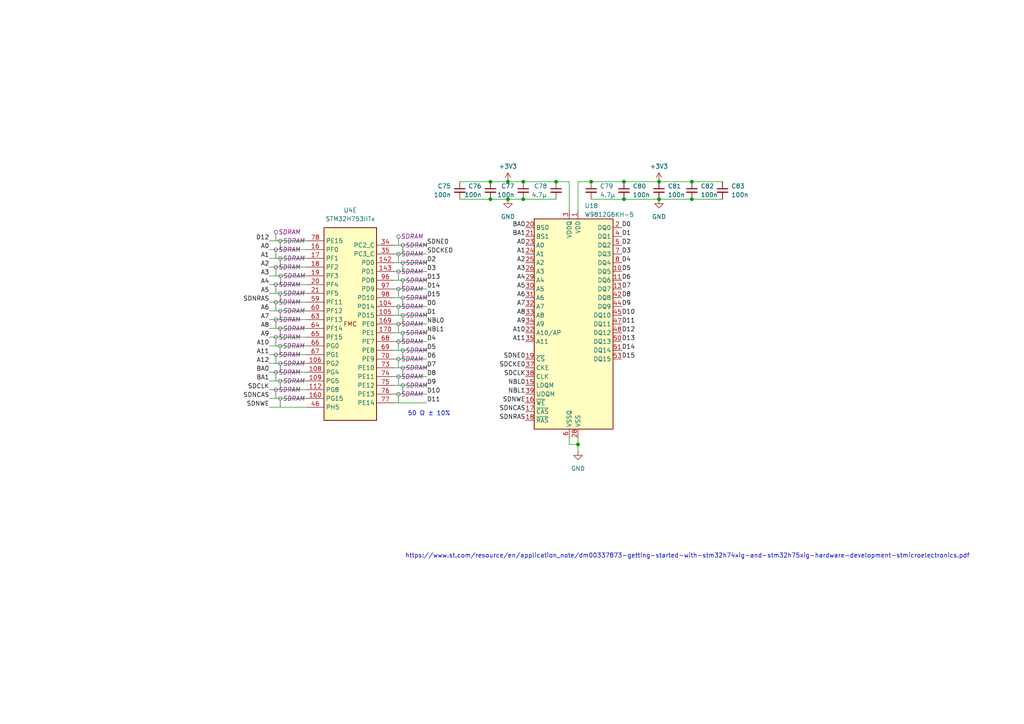
<source format=kicad_sch>
(kicad_sch
	(version 20250114)
	(generator "eeschema")
	(generator_version "9.0")
	(uuid "0913989b-2efd-446d-8300-e7223acbb6bb")
	(paper "A4")
	
	(text "https://www.st.com/resource/en/application_note/dm00337873-getting-started-with-stm32h74xig-and-stm32h75xig-hardware-development-stmicroelectronics.pdf"
		(exclude_from_sim no)
		(at 199.39 161.29 0)
		(effects
			(font
				(size 1.27 1.27)
			)
		)
		(uuid "121a3812-22bd-400b-881f-aded0ed11834")
	)
	(text "50 Ω ± 10%"
		(exclude_from_sim no)
		(at 124.46 120.015 0)
		(effects
			(font
				(size 1.27 1.27)
			)
		)
		(uuid "a7693343-63e5-4bda-bd9f-4b95d66232f6")
	)
	(junction
		(at 151.765 52.705)
		(diameter 0)
		(color 0 0 0 0)
		(uuid "0aa69484-f14c-4d2f-988a-b5e00e4dc40f")
	)
	(junction
		(at 147.32 57.785)
		(diameter 0)
		(color 0 0 0 0)
		(uuid "11befee0-d1a2-45b0-99a7-cc5adc83194e")
	)
	(junction
		(at 191.135 52.705)
		(diameter 0)
		(color 0 0 0 0)
		(uuid "27ce5823-6af6-4015-9a21-24aca58abe74")
	)
	(junction
		(at 142.24 52.705)
		(diameter 0)
		(color 0 0 0 0)
		(uuid "2fbc1244-9b2d-45f4-ba0a-565e5f98c75b")
	)
	(junction
		(at 200.66 52.705)
		(diameter 0)
		(color 0 0 0 0)
		(uuid "30663f78-54af-461f-b8b1-a2669210ff7a")
	)
	(junction
		(at 151.765 57.785)
		(diameter 0)
		(color 0 0 0 0)
		(uuid "33feda7a-3e87-47b0-90ec-e646e78bd1d7")
	)
	(junction
		(at 180.975 57.785)
		(diameter 0)
		(color 0 0 0 0)
		(uuid "45beedf7-5ac3-435a-9a12-82ac83e58923")
	)
	(junction
		(at 167.64 128.905)
		(diameter 0)
		(color 0 0 0 0)
		(uuid "53f3f723-1624-422f-acba-bdd0493a4f41")
	)
	(junction
		(at 180.975 52.705)
		(diameter 0)
		(color 0 0 0 0)
		(uuid "5a0faf0c-ac9c-48e8-853e-40b9e39c20d6")
	)
	(junction
		(at 142.24 57.785)
		(diameter 0)
		(color 0 0 0 0)
		(uuid "8abc452b-4745-4af1-b367-b574916fa45b")
	)
	(junction
		(at 171.45 52.705)
		(diameter 0)
		(color 0 0 0 0)
		(uuid "94e152f6-54a2-4cb6-9522-7b6fb9801810")
	)
	(junction
		(at 191.135 57.785)
		(diameter 0)
		(color 0 0 0 0)
		(uuid "9d492881-f5a7-4070-9bb2-05d9f7015db0")
	)
	(junction
		(at 147.32 52.705)
		(diameter 0)
		(color 0 0 0 0)
		(uuid "bf5e8da2-57ea-4b44-9bcd-e18758a39bc6")
	)
	(junction
		(at 200.66 57.785)
		(diameter 0)
		(color 0 0 0 0)
		(uuid "d09b2dfc-f9c8-45c8-8c8a-d981948d8c11")
	)
	(junction
		(at 161.29 52.705)
		(diameter 0)
		(color 0 0 0 0)
		(uuid "dd8f503a-20e8-4ae4-824b-6177ce44cb3e")
	)
	(wire
		(pts
			(xy 167.64 128.905) (xy 167.64 130.81)
		)
		(stroke
			(width 0)
			(type default)
		)
		(uuid "058f8f2c-a46b-4cc8-a15c-2f38b1d318be")
	)
	(wire
		(pts
			(xy 114.3 73.66) (xy 123.825 73.66)
		)
		(stroke
			(width 0)
			(type default)
		)
		(uuid "0675a0a7-55b2-465c-88e4-c2b52ca4a95f")
	)
	(wire
		(pts
			(xy 133.35 57.785) (xy 142.24 57.785)
		)
		(stroke
			(width 0)
			(type default)
		)
		(uuid "080ed248-06e3-43d6-930d-0132f7cdabba")
	)
	(wire
		(pts
			(xy 147.32 57.785) (xy 151.765 57.785)
		)
		(stroke
			(width 0)
			(type default)
		)
		(uuid "09dd5183-0929-4185-80b9-72958272d40a")
	)
	(wire
		(pts
			(xy 142.24 52.705) (xy 147.32 52.705)
		)
		(stroke
			(width 0)
			(type default)
		)
		(uuid "117b0530-3ccb-4aec-9cf8-172d858796e2")
	)
	(wire
		(pts
			(xy 165.1 52.705) (xy 165.1 60.96)
		)
		(stroke
			(width 0)
			(type default)
		)
		(uuid "155178a5-7148-42a1-95bc-8628b37deadf")
	)
	(wire
		(pts
			(xy 78.105 110.49) (xy 88.9 110.49)
		)
		(stroke
			(width 0)
			(type default)
		)
		(uuid "15f766ee-30b1-47f2-9bd2-347dbd2924fc")
	)
	(wire
		(pts
			(xy 191.135 57.785) (xy 200.66 57.785)
		)
		(stroke
			(width 0)
			(type default)
		)
		(uuid "164fadb8-13c8-40b8-bf6c-ad33a31cf37a")
	)
	(wire
		(pts
			(xy 114.3 86.36) (xy 123.825 86.36)
		)
		(stroke
			(width 0)
			(type default)
		)
		(uuid "17d55c96-be82-4b9a-95ee-05f8fd474e5b")
	)
	(wire
		(pts
			(xy 167.64 127) (xy 167.64 128.905)
		)
		(stroke
			(width 0)
			(type default)
		)
		(uuid "1a8c918f-93ef-4057-9cb6-0ffb43e46534")
	)
	(wire
		(pts
			(xy 78.105 87.63) (xy 88.9 87.63)
		)
		(stroke
			(width 0)
			(type default)
		)
		(uuid "1a91cd41-6e70-4e8f-ae24-aa343aa81b9b")
	)
	(wire
		(pts
			(xy 78.105 92.71) (xy 88.9 92.71)
		)
		(stroke
			(width 0)
			(type default)
		)
		(uuid "1c5c3835-53db-4f46-afe8-996f87f783a3")
	)
	(wire
		(pts
			(xy 161.29 52.705) (xy 165.1 52.705)
		)
		(stroke
			(width 0)
			(type default)
		)
		(uuid "252ff9d6-d9b2-4bfc-a0ee-c0fe5c04ead4")
	)
	(wire
		(pts
			(xy 167.64 60.96) (xy 167.64 52.705)
		)
		(stroke
			(width 0)
			(type default)
		)
		(uuid "2c06a41b-3aac-4d5b-8e5d-94bc3a45c84c")
	)
	(wire
		(pts
			(xy 114.3 106.68) (xy 123.825 106.68)
		)
		(stroke
			(width 0)
			(type default)
		)
		(uuid "2fc244d4-56fc-4471-a6ff-94df4745e812")
	)
	(wire
		(pts
			(xy 114.3 78.74) (xy 123.825 78.74)
		)
		(stroke
			(width 0)
			(type default)
		)
		(uuid "30af72c5-5e02-4ed4-8129-579909937a6a")
	)
	(wire
		(pts
			(xy 78.105 69.85) (xy 88.9 69.85)
		)
		(stroke
			(width 0)
			(type default)
		)
		(uuid "3377f3f7-e58a-4842-a859-6419e876efe9")
	)
	(wire
		(pts
			(xy 180.975 52.705) (xy 191.135 52.705)
		)
		(stroke
			(width 0)
			(type default)
		)
		(uuid "338db336-0ea9-41a9-8017-94538d92c6ef")
	)
	(wire
		(pts
			(xy 114.3 104.14) (xy 123.825 104.14)
		)
		(stroke
			(width 0)
			(type default)
		)
		(uuid "3629cbaf-f246-4602-8480-9734182d2170")
	)
	(wire
		(pts
			(xy 114.3 76.2) (xy 123.825 76.2)
		)
		(stroke
			(width 0)
			(type default)
		)
		(uuid "3738b011-c129-4bac-9838-701252f3ee6a")
	)
	(wire
		(pts
			(xy 142.24 57.785) (xy 147.32 57.785)
		)
		(stroke
			(width 0)
			(type default)
		)
		(uuid "3af0ab08-23e1-4963-9a46-5ad0569a79c6")
	)
	(wire
		(pts
			(xy 78.105 105.41) (xy 88.9 105.41)
		)
		(stroke
			(width 0)
			(type default)
		)
		(uuid "3b9164a2-ba57-4cab-a433-3ba24f8d9f98")
	)
	(wire
		(pts
			(xy 191.135 52.705) (xy 200.66 52.705)
		)
		(stroke
			(width 0)
			(type default)
		)
		(uuid "3d4ab797-391b-410c-ba12-85cc0a0ce1cc")
	)
	(wire
		(pts
			(xy 78.105 80.01) (xy 88.9 80.01)
		)
		(stroke
			(width 0)
			(type default)
		)
		(uuid "3e34e1af-0808-4aeb-9e96-815389881c8e")
	)
	(wire
		(pts
			(xy 200.66 52.705) (xy 209.55 52.705)
		)
		(stroke
			(width 0)
			(type default)
		)
		(uuid "478b0e7b-ed93-4884-813e-b5ba7b4e3fe4")
	)
	(wire
		(pts
			(xy 114.3 81.28) (xy 123.825 81.28)
		)
		(stroke
			(width 0)
			(type default)
		)
		(uuid "4bb367c3-ee7e-4ff0-9316-ad335976d792")
	)
	(wire
		(pts
			(xy 114.3 88.9) (xy 123.825 88.9)
		)
		(stroke
			(width 0)
			(type default)
		)
		(uuid "4cc12404-b601-4108-90ea-949b5c93c517")
	)
	(wire
		(pts
			(xy 133.35 52.705) (xy 142.24 52.705)
		)
		(stroke
			(width 0)
			(type default)
		)
		(uuid "5a549bcb-03da-4709-8ac1-4704b034e93d")
	)
	(wire
		(pts
			(xy 78.105 97.79) (xy 88.9 97.79)
		)
		(stroke
			(width 0)
			(type default)
		)
		(uuid "5d948629-a164-48fc-bc7e-8369979bed75")
	)
	(wire
		(pts
			(xy 114.3 83.82) (xy 123.825 83.82)
		)
		(stroke
			(width 0)
			(type default)
		)
		(uuid "6421b8f9-d0ff-4c8b-a97d-49ccb33fe523")
	)
	(wire
		(pts
			(xy 78.105 102.87) (xy 88.9 102.87)
		)
		(stroke
			(width 0)
			(type default)
		)
		(uuid "65cf59a5-f8ad-4ba2-9742-7e859c4b6a00")
	)
	(wire
		(pts
			(xy 171.45 52.705) (xy 180.975 52.705)
		)
		(stroke
			(width 0)
			(type default)
		)
		(uuid "69870482-4f80-4c80-88ab-bd840453ce69")
	)
	(wire
		(pts
			(xy 114.3 93.98) (xy 123.825 93.98)
		)
		(stroke
			(width 0)
			(type default)
		)
		(uuid "6a16892f-d692-4084-a0ec-9ea54832ce73")
	)
	(wire
		(pts
			(xy 165.1 127) (xy 165.1 128.905)
		)
		(stroke
			(width 0)
			(type default)
		)
		(uuid "70cb0efd-a0a5-4c93-ae47-2d36e3cc3174")
	)
	(wire
		(pts
			(xy 78.105 100.33) (xy 88.9 100.33)
		)
		(stroke
			(width 0)
			(type default)
		)
		(uuid "7102a4df-2ad8-475c-a6f0-e0c8d298bb62")
	)
	(wire
		(pts
			(xy 78.105 113.03) (xy 88.9 113.03)
		)
		(stroke
			(width 0)
			(type default)
		)
		(uuid "719d0f14-55a6-41b0-b77d-a65a70ef44ad")
	)
	(wire
		(pts
			(xy 167.64 52.705) (xy 171.45 52.705)
		)
		(stroke
			(width 0)
			(type default)
		)
		(uuid "72cdd14e-0c46-4139-8a1f-cd045dd05d8a")
	)
	(wire
		(pts
			(xy 78.105 77.47) (xy 88.9 77.47)
		)
		(stroke
			(width 0)
			(type default)
		)
		(uuid "735a2a9a-9e90-4930-a46c-c8a733a02b78")
	)
	(wire
		(pts
			(xy 165.1 128.905) (xy 167.64 128.905)
		)
		(stroke
			(width 0)
			(type default)
		)
		(uuid "736c49fa-6a8c-4466-baa0-959c59b38a6c")
	)
	(wire
		(pts
			(xy 114.3 116.84) (xy 123.825 116.84)
		)
		(stroke
			(width 0)
			(type default)
		)
		(uuid "748eb911-6534-4685-83b6-d40b388a7243")
	)
	(wire
		(pts
			(xy 78.105 90.17) (xy 88.9 90.17)
		)
		(stroke
			(width 0)
			(type default)
		)
		(uuid "7c13b3a8-1c59-409f-bddd-4b12f43aaf5e")
	)
	(wire
		(pts
			(xy 151.765 57.785) (xy 161.29 57.785)
		)
		(stroke
			(width 0)
			(type default)
		)
		(uuid "7f7ff86a-6e63-4a81-9dc5-4018f9bdd9e2")
	)
	(wire
		(pts
			(xy 114.3 101.6) (xy 123.825 101.6)
		)
		(stroke
			(width 0)
			(type default)
		)
		(uuid "84d1743c-d17f-4328-8dc5-c263e10c222d")
	)
	(wire
		(pts
			(xy 114.3 71.12) (xy 123.825 71.12)
		)
		(stroke
			(width 0)
			(type default)
		)
		(uuid "89a9067f-7786-493a-849d-db284a9ec3d1")
	)
	(wire
		(pts
			(xy 114.3 96.52) (xy 123.825 96.52)
		)
		(stroke
			(width 0)
			(type default)
		)
		(uuid "9bb6af4c-caeb-4eab-a910-e3f182165582")
	)
	(wire
		(pts
			(xy 78.105 74.93) (xy 88.9 74.93)
		)
		(stroke
			(width 0)
			(type default)
		)
		(uuid "a31097b4-5873-41c0-9e4e-d814efffd65a")
	)
	(wire
		(pts
			(xy 151.765 52.705) (xy 161.29 52.705)
		)
		(stroke
			(width 0)
			(type default)
		)
		(uuid "a7824cb8-bf75-4f13-a8b9-fa392e816904")
	)
	(wire
		(pts
			(xy 114.3 114.3) (xy 123.825 114.3)
		)
		(stroke
			(width 0)
			(type default)
		)
		(uuid "aa5f3893-1e06-433d-9cf5-b78c8ccaa624")
	)
	(wire
		(pts
			(xy 171.45 57.785) (xy 180.975 57.785)
		)
		(stroke
			(width 0)
			(type default)
		)
		(uuid "ac0d8c0a-3aeb-4891-aefd-31f25bdb4daf")
	)
	(wire
		(pts
			(xy 78.105 85.09) (xy 88.9 85.09)
		)
		(stroke
			(width 0)
			(type default)
		)
		(uuid "ac5fce5b-8c50-42c3-be42-26f32d36da99")
	)
	(wire
		(pts
			(xy 114.3 99.06) (xy 123.825 99.06)
		)
		(stroke
			(width 0)
			(type default)
		)
		(uuid "b1561d85-ab3d-46bd-812b-7493752a176f")
	)
	(wire
		(pts
			(xy 78.105 118.11) (xy 88.9 118.11)
		)
		(stroke
			(width 0)
			(type default)
		)
		(uuid "b1c39eb4-56ac-49db-a8c6-40e383918df3")
	)
	(wire
		(pts
			(xy 147.32 52.705) (xy 151.765 52.705)
		)
		(stroke
			(width 0)
			(type default)
		)
		(uuid "baab7302-9487-4bf9-a2eb-1b59e0c90902")
	)
	(wire
		(pts
			(xy 78.105 82.55) (xy 88.9 82.55)
		)
		(stroke
			(width 0)
			(type default)
		)
		(uuid "bd3ca4cc-502b-42ed-b2de-835287a5b7a3")
	)
	(wire
		(pts
			(xy 114.3 91.44) (xy 123.825 91.44)
		)
		(stroke
			(width 0)
			(type default)
		)
		(uuid "cf22a814-13a2-41f2-ba84-64f5d9cc5746")
	)
	(wire
		(pts
			(xy 78.105 95.25) (xy 88.9 95.25)
		)
		(stroke
			(width 0)
			(type default)
		)
		(uuid "d791f195-0634-4a16-9735-2f51fae5a5b7")
	)
	(wire
		(pts
			(xy 180.975 57.785) (xy 191.135 57.785)
		)
		(stroke
			(width 0)
			(type default)
		)
		(uuid "d89233d2-649d-47a3-821c-32a9b31f9df3")
	)
	(wire
		(pts
			(xy 78.105 107.95) (xy 88.9 107.95)
		)
		(stroke
			(width 0)
			(type default)
		)
		(uuid "d8ec4f49-8782-4c54-a6f4-b8cb606fca5b")
	)
	(wire
		(pts
			(xy 114.3 109.22) (xy 123.825 109.22)
		)
		(stroke
			(width 0)
			(type default)
		)
		(uuid "dfc6dd18-d906-47dc-9065-3e55e0cbc91e")
	)
	(wire
		(pts
			(xy 78.105 72.39) (xy 88.9 72.39)
		)
		(stroke
			(width 0)
			(type default)
		)
		(uuid "e0856081-ab6c-471f-8ffa-cbaa63921a51")
	)
	(wire
		(pts
			(xy 78.105 115.57) (xy 88.9 115.57)
		)
		(stroke
			(width 0)
			(type default)
		)
		(uuid "e4535f87-8ad8-4e5e-8e34-f13b3fa4e802")
	)
	(wire
		(pts
			(xy 114.3 111.76) (xy 123.825 111.76)
		)
		(stroke
			(width 0)
			(type default)
		)
		(uuid "ef2f323c-175d-40da-9f9c-1a6a4c31ae89")
	)
	(wire
		(pts
			(xy 200.66 57.785) (xy 209.55 57.785)
		)
		(stroke
			(width 0)
			(type default)
		)
		(uuid "f0012eb3-c4ad-4698-aaae-bb0803b9475f")
	)
	(label "D12"
		(at 78.105 69.85 180)
		(effects
			(font
				(size 1.27 1.27)
			)
			(justify right bottom)
		)
		(uuid "0148ff1c-802a-4b5c-87a0-2768f63d09a4")
	)
	(label "D1"
		(at 123.825 91.44 0)
		(effects
			(font
				(size 1.27 1.27)
			)
			(justify left bottom)
		)
		(uuid "06cb09c2-6508-4990-a806-0958b97fc858")
	)
	(label "A5"
		(at 78.105 85.09 180)
		(effects
			(font
				(size 1.27 1.27)
			)
			(justify right bottom)
		)
		(uuid "0941aa11-9296-42fc-8947-f29908db3124")
	)
	(label "A6"
		(at 78.105 90.17 180)
		(effects
			(font
				(size 1.27 1.27)
			)
			(justify right bottom)
		)
		(uuid "15f17cf4-7fbb-4d7c-9fa6-03037f7baa41")
	)
	(label "SDCKE0"
		(at 152.4 106.68 180)
		(effects
			(font
				(size 1.27 1.27)
			)
			(justify right bottom)
		)
		(uuid "1638c7d9-500f-4a1e-a00d-6a4951314378")
	)
	(label "D7"
		(at 180.34 83.82 0)
		(effects
			(font
				(size 1.27 1.27)
			)
			(justify left bottom)
		)
		(uuid "1a0e440a-1769-43ea-876a-ae9d74ee52f3")
	)
	(label "D9"
		(at 123.825 111.76 0)
		(effects
			(font
				(size 1.27 1.27)
			)
			(justify left bottom)
		)
		(uuid "21908c11-ad25-43b4-9392-e1c078a4705b")
	)
	(label "SDCLK"
		(at 78.105 113.03 180)
		(effects
			(font
				(size 1.27 1.27)
			)
			(justify right bottom)
		)
		(uuid "25cb6843-c5df-46da-86e8-968cba44fe2b")
	)
	(label "SDNCAS"
		(at 78.105 115.57 180)
		(effects
			(font
				(size 1.27 1.27)
			)
			(justify right bottom)
		)
		(uuid "2b71e796-0e65-4d3b-9204-19ff36a6f108")
	)
	(label "A2"
		(at 78.105 77.47 180)
		(effects
			(font
				(size 1.27 1.27)
			)
			(justify right bottom)
		)
		(uuid "2d32f54a-c8a4-4bfd-b32d-de4bbeabe75d")
	)
	(label "A3"
		(at 78.105 80.01 180)
		(effects
			(font
				(size 1.27 1.27)
			)
			(justify right bottom)
		)
		(uuid "3492a51d-2fec-4e46-93f1-bb5c390ce868")
	)
	(label "A0"
		(at 78.105 72.39 180)
		(effects
			(font
				(size 1.27 1.27)
			)
			(justify right bottom)
		)
		(uuid "36e4077e-9f4c-4407-b356-ab0c9f9f81ae")
	)
	(label "A11"
		(at 78.105 102.87 180)
		(effects
			(font
				(size 1.27 1.27)
			)
			(justify right bottom)
		)
		(uuid "38143824-fc0e-4486-bf53-aef063a6fe3e")
	)
	(label "D3"
		(at 123.825 78.74 0)
		(effects
			(font
				(size 1.27 1.27)
			)
			(justify left bottom)
		)
		(uuid "393e4245-b609-447d-b906-7f4d563915a0")
	)
	(label "NBL1"
		(at 123.825 96.52 0)
		(effects
			(font
				(size 1.27 1.27)
			)
			(justify left bottom)
		)
		(uuid "3a9fd6e6-e8e1-4cc9-8770-bb925eca4279")
	)
	(label "SDNE0"
		(at 123.825 71.12 0)
		(effects
			(font
				(size 1.27 1.27)
			)
			(justify left bottom)
		)
		(uuid "40eb25ea-6771-49dc-9498-f3ae1b9ca5ff")
	)
	(label "D6"
		(at 123.825 104.14 0)
		(effects
			(font
				(size 1.27 1.27)
			)
			(justify left bottom)
		)
		(uuid "41cecaa5-128e-4bce-ae82-e77692b24869")
	)
	(label "D8"
		(at 180.34 86.36 0)
		(effects
			(font
				(size 1.27 1.27)
			)
			(justify left bottom)
		)
		(uuid "4457e67b-5b98-4aa7-985a-6d40a322a70d")
	)
	(label "NBL1"
		(at 152.4 114.3 180)
		(effects
			(font
				(size 1.27 1.27)
			)
			(justify right bottom)
		)
		(uuid "45ac0c0a-4c6e-461d-8e74-df7b2e9e1cb7")
	)
	(label "A5"
		(at 152.4 83.82 180)
		(effects
			(font
				(size 1.27 1.27)
			)
			(justify right bottom)
		)
		(uuid "45c71e89-7619-4845-8168-c2f3fac00389")
	)
	(label "SDCKE0"
		(at 123.825 73.66 0)
		(effects
			(font
				(size 1.27 1.27)
			)
			(justify left bottom)
		)
		(uuid "4abb3ef1-a022-4fe2-8c00-960edf75cbea")
	)
	(label "D15"
		(at 123.825 86.36 0)
		(effects
			(font
				(size 1.27 1.27)
			)
			(justify left bottom)
		)
		(uuid "4b0902ac-0e43-497a-9ee7-6a4cd1bca6da")
	)
	(label "A10"
		(at 152.4 96.52 180)
		(effects
			(font
				(size 1.27 1.27)
			)
			(justify right bottom)
		)
		(uuid "4c29ca21-8cfc-4f91-b339-80229decd2af")
	)
	(label "SDNCAS"
		(at 152.4 119.38 180)
		(effects
			(font
				(size 1.27 1.27)
			)
			(justify right bottom)
		)
		(uuid "4dfc98cd-8e56-4725-ab1a-b5f5ffd03048")
	)
	(label "SDNWE"
		(at 78.105 118.11 180)
		(effects
			(font
				(size 1.27 1.27)
			)
			(justify right bottom)
		)
		(uuid "4eda3f7f-5409-4a2a-9ba6-00d5c532b3b8")
	)
	(label "D12"
		(at 180.34 96.52 0)
		(effects
			(font
				(size 1.27 1.27)
			)
			(justify left bottom)
		)
		(uuid "4ee20a3c-d4e6-4f6a-bd2e-505232c319a9")
	)
	(label "A8"
		(at 78.105 95.25 180)
		(effects
			(font
				(size 1.27 1.27)
			)
			(justify right bottom)
		)
		(uuid "513ac848-c506-4937-9c58-9ce752ab7cba")
	)
	(label "A12"
		(at 78.105 105.41 180)
		(effects
			(font
				(size 1.27 1.27)
			)
			(justify right bottom)
		)
		(uuid "56926d10-ce90-41f7-b3f8-b1c8953f8773")
	)
	(label "D5"
		(at 123.825 101.6 0)
		(effects
			(font
				(size 1.27 1.27)
			)
			(justify left bottom)
		)
		(uuid "59049c41-a3fa-4111-b29e-77125bddbf2c")
	)
	(label "A10"
		(at 78.105 100.33 180)
		(effects
			(font
				(size 1.27 1.27)
			)
			(justify right bottom)
		)
		(uuid "59aa6d58-8a73-4be6-ac42-c56869f8bfe5")
	)
	(label "BA0"
		(at 152.4 66.04 180)
		(effects
			(font
				(size 1.27 1.27)
			)
			(justify right bottom)
		)
		(uuid "5a1c4677-e92e-496f-938d-5b0499925bb3")
	)
	(label "A7"
		(at 152.4 88.9 180)
		(effects
			(font
				(size 1.27 1.27)
			)
			(justify right bottom)
		)
		(uuid "5ae47d2a-3b28-406e-8fcd-452e509cd35f")
	)
	(label "D2"
		(at 180.34 71.12 0)
		(effects
			(font
				(size 1.27 1.27)
			)
			(justify left bottom)
		)
		(uuid "5cb57f0f-6268-403e-a348-c473c2478daf")
	)
	(label "NBL0"
		(at 152.4 111.76 180)
		(effects
			(font
				(size 1.27 1.27)
			)
			(justify right bottom)
		)
		(uuid "6009ff1d-3f06-4de7-b006-789847dfeded")
	)
	(label "D4"
		(at 180.34 76.2 0)
		(effects
			(font
				(size 1.27 1.27)
			)
			(justify left bottom)
		)
		(uuid "6317de6c-01b3-4050-81c9-b8070aa25c2b")
	)
	(label "D14"
		(at 123.825 83.82 0)
		(effects
			(font
				(size 1.27 1.27)
			)
			(justify left bottom)
		)
		(uuid "6573dae9-d4cf-4279-8abf-3d100fbd8fb2")
	)
	(label "A6"
		(at 152.4 86.36 180)
		(effects
			(font
				(size 1.27 1.27)
			)
			(justify right bottom)
		)
		(uuid "6826ccf0-21c6-4d35-992d-ce08198a5334")
	)
	(label "D6"
		(at 180.34 81.28 0)
		(effects
			(font
				(size 1.27 1.27)
			)
			(justify left bottom)
		)
		(uuid "6aa5b2c4-13aa-4ffd-b89c-5b22a0f5d27c")
	)
	(label "BA0"
		(at 78.105 107.95 180)
		(effects
			(font
				(size 1.27 1.27)
			)
			(justify right bottom)
		)
		(uuid "6b9f2fe1-f355-4237-bb7e-7598aadc0560")
	)
	(label "A9"
		(at 78.105 97.79 180)
		(effects
			(font
				(size 1.27 1.27)
			)
			(justify right bottom)
		)
		(uuid "6dfc2139-ee9c-4ead-8018-b2ba0b84f9dc")
	)
	(label "D9"
		(at 180.34 88.9 0)
		(effects
			(font
				(size 1.27 1.27)
			)
			(justify left bottom)
		)
		(uuid "6f00e29a-e82c-4540-a4fe-04abaeee488f")
	)
	(label "A11"
		(at 152.4 99.06 180)
		(effects
			(font
				(size 1.27 1.27)
			)
			(justify right bottom)
		)
		(uuid "70153028-d456-4278-8e63-1e02e11aeadb")
	)
	(label "D0"
		(at 123.825 88.9 0)
		(effects
			(font
				(size 1.27 1.27)
			)
			(justify left bottom)
		)
		(uuid "72919f97-fb5d-466c-a04b-10d6e10d69c6")
	)
	(label "D15"
		(at 180.34 104.14 0)
		(effects
			(font
				(size 1.27 1.27)
			)
			(justify left bottom)
		)
		(uuid "74c938b9-4a89-404d-b445-53ee8920cac6")
	)
	(label "D0"
		(at 180.34 66.04 0)
		(effects
			(font
				(size 1.27 1.27)
			)
			(justify left bottom)
		)
		(uuid "76dde709-3a15-4237-8542-7209bc12ecd6")
	)
	(label "D2"
		(at 123.825 76.2 0)
		(effects
			(font
				(size 1.27 1.27)
			)
			(justify left bottom)
		)
		(uuid "78de6bf3-0fd9-4dca-aa4c-1c7fabad124d")
	)
	(label "SDCLK"
		(at 152.4 109.22 180)
		(effects
			(font
				(size 1.27 1.27)
			)
			(justify right bottom)
		)
		(uuid "82000398-a4c2-45ad-ac53-caaef3c3e3e2")
	)
	(label "A3"
		(at 152.4 78.74 180)
		(effects
			(font
				(size 1.27 1.27)
			)
			(justify right bottom)
		)
		(uuid "88d0b4b1-6fc4-4291-b24e-507556bad874")
	)
	(label "D11"
		(at 123.825 116.84 0)
		(effects
			(font
				(size 1.27 1.27)
			)
			(justify left bottom)
		)
		(uuid "8a55056b-ea04-4d1f-a4ab-bbe27720b48f")
	)
	(label "D14"
		(at 180.34 101.6 0)
		(effects
			(font
				(size 1.27 1.27)
			)
			(justify left bottom)
		)
		(uuid "8b46704e-5f67-49e0-9c95-3d78cf3e4d5b")
	)
	(label "D13"
		(at 123.825 81.28 0)
		(effects
			(font
				(size 1.27 1.27)
			)
			(justify left bottom)
		)
		(uuid "8c014b5b-cc1d-46a9-9ab5-3f55257ed521")
	)
	(label "A4"
		(at 78.105 82.55 180)
		(effects
			(font
				(size 1.27 1.27)
			)
			(justify right bottom)
		)
		(uuid "8d7ca9ec-e657-42bb-aedd-c88a8fcb1e0d")
	)
	(label "D5"
		(at 180.34 78.74 0)
		(effects
			(font
				(size 1.27 1.27)
			)
			(justify left bottom)
		)
		(uuid "8d7d1b96-7414-4fc0-8313-14d7648d68e8")
	)
	(label "SDNRAS"
		(at 78.105 87.63 180)
		(effects
			(font
				(size 1.27 1.27)
			)
			(justify right bottom)
		)
		(uuid "8dac3b17-c085-4dc4-879e-1d935c637f96")
	)
	(label "A2"
		(at 152.4 76.2 180)
		(effects
			(font
				(size 1.27 1.27)
			)
			(justify right bottom)
		)
		(uuid "998567a5-8f1c-4683-ade1-b250df05f6ad")
	)
	(label "D7"
		(at 123.825 106.68 0)
		(effects
			(font
				(size 1.27 1.27)
			)
			(justify left bottom)
		)
		(uuid "a1c4a694-bdcd-4d3c-9318-e9ee53e960d9")
	)
	(label "D11"
		(at 180.34 93.98 0)
		(effects
			(font
				(size 1.27 1.27)
			)
			(justify left bottom)
		)
		(uuid "a2deb507-7bf3-432e-8e2d-5f74bb6ef920")
	)
	(label "D13"
		(at 180.34 99.06 0)
		(effects
			(font
				(size 1.27 1.27)
			)
			(justify left bottom)
		)
		(uuid "a668203f-c64d-4a1c-b18e-81c9809f7f8c")
	)
	(label "D3"
		(at 180.34 73.66 0)
		(effects
			(font
				(size 1.27 1.27)
			)
			(justify left bottom)
		)
		(uuid "ab2bee55-6239-47aa-ab4b-ea42ccb99270")
	)
	(label "A1"
		(at 78.105 74.93 180)
		(effects
			(font
				(size 1.27 1.27)
			)
			(justify right bottom)
		)
		(uuid "aff7619a-0e73-4feb-a896-5b5914297aaf")
	)
	(label "D10"
		(at 123.825 114.3 0)
		(effects
			(font
				(size 1.27 1.27)
			)
			(justify left bottom)
		)
		(uuid "b45b765a-41e6-41d5-b967-4411db39a889")
	)
	(label "BA1"
		(at 152.4 68.58 180)
		(effects
			(font
				(size 1.27 1.27)
			)
			(justify right bottom)
		)
		(uuid "b75904f6-234c-4a4f-880f-eab35a2f4eb2")
	)
	(label "D8"
		(at 123.825 109.22 0)
		(effects
			(font
				(size 1.27 1.27)
			)
			(justify left bottom)
		)
		(uuid "ba4848a3-5b64-4f27-a85f-d800cf574e22")
	)
	(label "A0"
		(at 152.4 71.12 180)
		(effects
			(font
				(size 1.27 1.27)
			)
			(justify right bottom)
		)
		(uuid "c08a8765-9ef4-45ee-b56a-1b014d9864ec")
	)
	(label "A7"
		(at 78.105 92.71 180)
		(effects
			(font
				(size 1.27 1.27)
			)
			(justify right bottom)
		)
		(uuid "c1ed32a1-65a9-47fc-85b4-59452bb2ab0e")
	)
	(label "A9"
		(at 152.4 93.98 180)
		(effects
			(font
				(size 1.27 1.27)
			)
			(justify right bottom)
		)
		(uuid "c5d75c82-5a43-48f6-a443-81f9e534a004")
	)
	(label "A8"
		(at 152.4 91.44 180)
		(effects
			(font
				(size 1.27 1.27)
			)
			(justify right bottom)
		)
		(uuid "cd4c8f2b-3477-4834-aa89-43b1801ff30e")
	)
	(label "D1"
		(at 180.34 68.58 0)
		(effects
			(font
				(size 1.27 1.27)
			)
			(justify left bottom)
		)
		(uuid "ce380d0d-d666-470d-ae69-a6dfa300be2a")
	)
	(label "SDNWE"
		(at 152.4 116.84 180)
		(effects
			(font
				(size 1.27 1.27)
			)
			(justify right bottom)
		)
		(uuid "d1b1a6db-78b5-4c15-88a5-e400a8c2725b")
	)
	(label "D4"
		(at 123.825 99.06 0)
		(effects
			(font
				(size 1.27 1.27)
			)
			(justify left bottom)
		)
		(uuid "d781b2f0-7cb6-4c5e-8169-8e8139773722")
	)
	(label "A1"
		(at 152.4 73.66 180)
		(effects
			(font
				(size 1.27 1.27)
			)
			(justify right bottom)
		)
		(uuid "e33db6a4-57e4-474f-9d2d-4cf59e01794b")
	)
	(label "SDNE0"
		(at 152.4 104.14 180)
		(effects
			(font
				(size 1.27 1.27)
			)
			(justify right bottom)
		)
		(uuid "e8ddd02c-521f-4db1-ac16-a6b566f0f2de")
	)
	(label "SDNRAS"
		(at 152.4 121.92 180)
		(effects
			(font
				(size 1.27 1.27)
			)
			(justify right bottom)
		)
		(uuid "ef0fc81c-1a52-43ab-b931-f4d275bbd13f")
	)
	(label "D10"
		(at 180.34 91.44 0)
		(effects
			(font
				(size 1.27 1.27)
			)
			(justify left bottom)
		)
		(uuid "f43d4dd0-e2a4-433b-b4de-937e7189b3d5")
	)
	(label "NBL0"
		(at 123.825 93.98 0)
		(effects
			(font
				(size 1.27 1.27)
			)
			(justify left bottom)
		)
		(uuid "fa0ad51c-b4e4-4bc5-825f-38de14ca8e6d")
	)
	(label "BA1"
		(at 78.105 110.49 180)
		(effects
			(font
				(size 1.27 1.27)
			)
			(justify right bottom)
		)
		(uuid "fa96986b-9eac-4c54-bee5-5f71896fbb61")
	)
	(label "A4"
		(at 152.4 81.28 180)
		(effects
			(font
				(size 1.27 1.27)
			)
			(justify right bottom)
		)
		(uuid "fc5695f4-b76f-459e-a4ba-c35a07dc77d2")
	)
	(netclass_flag ""
		(length 2.54)
		(shape round)
		(at 80.01 74.93 0)
		(fields_autoplaced yes)
		(effects
			(font
				(size 1.27 1.27)
			)
			(justify left bottom)
		)
		(uuid "034c554b-a48f-4353-8d3d-b19d60a9ad57")
		(property "Netclass" "SDRAM"
			(at 80.7085 72.39 0)
			(effects
				(font
					(size 1.27 1.27)
					(italic yes)
				)
				(justify left)
			)
		)
	)
	(netclass_flag ""
		(length 2.54)
		(shape round)
		(at 80.01 85.09 0)
		(fields_autoplaced yes)
		(effects
			(font
				(size 1.27 1.27)
			)
			(justify left bottom)
		)
		(uuid "0b86b4b1-0c41-48b9-91e6-b20ffeb6bfda")
		(property "Netclass" "SDRAM"
			(at 80.7085 82.55 0)
			(effects
				(font
					(size 1.27 1.27)
					(italic yes)
				)
				(justify left)
			)
		)
	)
	(netclass_flag ""
		(length 2.54)
		(shape round)
		(at 80.01 105.41 0)
		(fields_autoplaced yes)
		(effects
			(font
				(size 1.27 1.27)
			)
			(justify left bottom)
		)
		(uuid "10853d2a-4e1f-487f-b19b-0137ecb3f41c")
		(property "Netclass" "SDRAM"
			(at 80.7085 102.87 0)
			(effects
				(font
					(size 1.27 1.27)
					(italic yes)
				)
				(justify left)
			)
		)
	)
	(netclass_flag ""
		(length 2.54)
		(shape round)
		(at 81.28 72.39 0)
		(fields_autoplaced yes)
		(effects
			(font
				(size 1.27 1.27)
			)
			(justify left bottom)
		)
		(uuid "12f4b366-f0e1-40bb-b26a-34c96637bc77")
		(property "Netclass" "SDRAM"
			(at 81.9785 69.85 0)
			(effects
				(font
					(size 1.27 1.27)
					(italic yes)
				)
				(justify left)
			)
		)
	)
	(netclass_flag ""
		(length 2.54)
		(shape round)
		(at 81.2254 102.87 0)
		(fields_autoplaced yes)
		(effects
			(font
				(size 1.27 1.27)
			)
			(justify left bottom)
		)
		(uuid "1e30520e-e826-487b-b145-6b3104fcfead")
		(property "Netclass" "SDRAM"
			(at 81.9239 100.33 0)
			(effects
				(font
					(size 1.27 1.27)
					(italic yes)
				)
				(justify left)
			)
		)
	)
	(netclass_flag ""
		(length 2.54)
		(shape round)
		(at 115.57 106.68 0)
		(fields_autoplaced yes)
		(effects
			(font
				(size 1.27 1.27)
			)
			(justify left bottom)
		)
		(uuid "1ff7d4c3-58ae-4952-945d-024dff9e0340")
		(property "Netclass" "SDRAM"
			(at 116.2685 104.14 0)
			(effects
				(font
					(size 1.27 1.27)
					(italic yes)
				)
				(justify left)
			)
		)
	)
	(netclass_flag ""
		(length 2.54)
		(shape round)
		(at 81.28 77.47 0)
		(fields_autoplaced yes)
		(effects
			(font
				(size 1.27 1.27)
			)
			(justify left bottom)
		)
		(uuid "236a4052-0f75-47cf-a30b-861816f90fa2")
		(property "Netclass" "SDRAM"
			(at 81.9785 74.93 0)
			(effects
				(font
					(size 1.27 1.27)
					(italic yes)
				)
				(justify left)
			)
		)
	)
	(netclass_flag ""
		(length 2.54)
		(shape round)
		(at 115.57 96.52 0)
		(fields_autoplaced yes)
		(effects
			(font
				(size 1.27 1.27)
			)
			(justify left bottom)
		)
		(uuid "2a5cb88a-e37f-42d8-ad01-5ffb4c973a75")
		(property "Netclass" "SDRAM"
			(at 116.2685 93.98 0)
			(effects
				(font
					(size 1.27 1.27)
					(italic yes)
				)
				(justify left)
			)
		)
	)
	(netclass_flag ""
		(length 2.54)
		(shape round)
		(at 116.84 73.66 0)
		(fields_autoplaced yes)
		(effects
			(font
				(size 1.27 1.27)
			)
			(justify left bottom)
		)
		(uuid "37bc677b-f413-4481-aca4-44ad6f28a418")
		(property "Netclass" "SDRAM"
			(at 117.5385 71.12 0)
			(effects
				(font
					(size 1.27 1.27)
					(italic yes)
				)
				(justify left)
			)
		)
	)
	(netclass_flag ""
		(length 2.54)
		(shape round)
		(at 81.28 113.03 0)
		(fields_autoplaced yes)
		(effects
			(font
				(size 1.27 1.27)
			)
			(justify left bottom)
		)
		(uuid "38438e82-5916-4369-9819-88cd8734d697")
		(property "Netclass" "SDRAM"
			(at 81.9785 110.49 0)
			(effects
				(font
					(size 1.27 1.27)
					(italic yes)
				)
				(justify left)
			)
		)
	)
	(netclass_flag ""
		(length 2.54)
		(shape round)
		(at 80.01 100.33 0)
		(fields_autoplaced yes)
		(effects
			(font
				(size 1.27 1.27)
			)
			(justify left bottom)
		)
		(uuid "4497be58-93f3-4c59-b0b9-ee5f45773846")
		(property "Netclass" "SDRAM"
			(at 80.7085 97.79 0)
			(effects
				(font
					(size 1.27 1.27)
					(italic yes)
				)
				(justify left)
			)
		)
	)
	(netclass_flag ""
		(length 2.54)
		(shape round)
		(at 115.57 111.76 0)
		(fields_autoplaced yes)
		(effects
			(font
				(size 1.27 1.27)
			)
			(justify left bottom)
		)
		(uuid "4fa4bab6-b5b7-432b-979e-55ed1d5fc9f3")
		(property "Netclass" "SDRAM"
			(at 116.2685 109.22 0)
			(effects
				(font
					(size 1.27 1.27)
					(italic yes)
				)
				(justify left)
			)
		)
	)
	(netclass_flag ""
		(length 2.54)
		(shape round)
		(at 115.57 71.12 0)
		(fields_autoplaced yes)
		(effects
			(font
				(size 1.27 1.27)
			)
			(justify left bottom)
		)
		(uuid "5323971b-dca1-44a8-b8f8-3a0cd7753891")
		(property "Netclass" "SDRAM"
			(at 116.2685 68.58 0)
			(effects
				(font
					(size 1.27 1.27)
					(italic yes)
				)
				(justify left)
			)
		)
	)
	(netclass_flag ""
		(length 2.54)
		(shape round)
		(at 116.84 109.22 0)
		(fields_autoplaced yes)
		(effects
			(font
				(size 1.27 1.27)
			)
			(justify left bottom)
		)
		(uuid "550dc270-b41d-4eb0-92d1-5f1adc95c354")
		(property "Netclass" "SDRAM"
			(at 117.5385 106.68 0)
			(effects
				(font
					(size 1.27 1.27)
					(italic yes)
				)
				(justify left)
			)
		)
	)
	(netclass_flag ""
		(length 2.54)
		(shape round)
		(at 116.84 88.9 0)
		(fields_autoplaced yes)
		(effects
			(font
				(size 1.27 1.27)
			)
			(justify left bottom)
		)
		(uuid "5c5cadce-0761-4b49-94df-66c347c56eff")
		(property "Netclass" "SDRAM"
			(at 117.5385 86.36 0)
			(effects
				(font
					(size 1.27 1.27)
					(italic yes)
				)
				(justify left)
			)
		)
	)
	(netclass_flag ""
		(length 2.54)
		(shape round)
		(at 115.57 91.44 0)
		(fields_autoplaced yes)
		(effects
			(font
				(size 1.27 1.27)
			)
			(justify left bottom)
		)
		(uuid "5ce63a76-a05d-4657-8976-1273e8f766dd")
		(property "Netclass" "SDRAM"
			(at 116.2685 88.9 0)
			(effects
				(font
					(size 1.27 1.27)
					(italic yes)
				)
				(justify left)
			)
		)
	)
	(netclass_flag ""
		(length 2.54)
		(shape round)
		(at 81.28 87.63 0)
		(fields_autoplaced yes)
		(effects
			(font
				(size 1.27 1.27)
			)
			(justify left bottom)
		)
		(uuid "66483bd0-8c4a-4cfe-82ad-10e2c53214a1")
		(property "Netclass" "SDRAM"
			(at 81.9785 85.09 0)
			(effects
				(font
					(size 1.27 1.27)
					(italic yes)
				)
				(justify left)
			)
		)
	)
	(netclass_flag ""
		(length 2.54)
		(shape round)
		(at 116.84 93.98 0)
		(fields_autoplaced yes)
		(effects
			(font
				(size 1.27 1.27)
			)
			(justify left bottom)
		)
		(uuid "6aa5458d-7db9-48c6-9834-3bd62578f1d6")
		(property "Netclass" "SDRAM"
			(at 117.5385 91.44 0)
			(effects
				(font
					(size 1.27 1.27)
					(italic yes)
				)
				(justify left)
			)
		)
	)
	(netclass_flag ""
		(length 2.54)
		(shape round)
		(at 116.84 114.3 0)
		(fields_autoplaced yes)
		(effects
			(font
				(size 1.27 1.27)
			)
			(justify left bottom)
		)
		(uuid "797d3a47-8dda-4ff3-8d6c-199e052eb191")
		(property "Netclass" "SDRAM"
			(at 117.5385 111.76 0)
			(effects
				(font
					(size 1.27 1.27)
					(italic yes)
				)
				(justify left)
			)
		)
	)
	(netclass_flag ""
		(length 2.54)
		(shape round)
		(at 115.57 81.28 0)
		(fields_autoplaced yes)
		(effects
			(font
				(size 1.27 1.27)
			)
			(justify left bottom)
		)
		(uuid "8536c341-7cf2-44f8-95a8-a4fa26d5e928")
		(property "Netclass" "SDRAM"
			(at 116.2685 78.74 0)
			(effects
				(font
					(size 1.27 1.27)
					(italic yes)
				)
				(justify left)
			)
		)
	)
	(netclass_flag ""
		(length 2.54)
		(shape round)
		(at 80.01 115.57 0)
		(fields_autoplaced yes)
		(effects
			(font
				(size 1.27 1.27)
			)
			(justify left bottom)
		)
		(uuid "9b960155-7f3b-4294-b2f8-d396fa80a6c6")
		(property "Netclass" "SDRAM"
			(at 80.7085 113.03 0)
			(effects
				(font
					(size 1.27 1.27)
					(italic yes)
				)
				(justify left)
			)
		)
	)
	(netclass_flag ""
		(length 2.54)
		(shape round)
		(at 116.84 83.82 0)
		(fields_autoplaced yes)
		(effects
			(font
				(size 1.27 1.27)
			)
			(justify left bottom)
		)
		(uuid "9ea858f4-154a-4950-a1ad-11a7baecd815")
		(property "Netclass" "SDRAM"
			(at 117.5385 81.28 0)
			(effects
				(font
					(size 1.27 1.27)
					(italic yes)
				)
				(justify left)
			)
		)
	)
	(netclass_flag ""
		(length 2.54)
		(shape round)
		(at 80.01 110.49 0)
		(fields_autoplaced yes)
		(effects
			(font
				(size 1.27 1.27)
			)
			(justify left bottom)
		)
		(uuid "a25bcab9-dfe0-4d90-98c7-7d2b7fdf36a7")
		(property "Netclass" "SDRAM"
			(at 80.7085 107.95 0)
			(effects
				(font
					(size 1.27 1.27)
					(italic yes)
				)
				(justify left)
			)
		)
	)
	(netclass_flag ""
		(length 2.54)
		(shape round)
		(at 80.01 95.25 0)
		(fields_autoplaced yes)
		(effects
			(font
				(size 1.27 1.27)
			)
			(justify left bottom)
		)
		(uuid "ac5d33f8-d0cb-47ee-bc0f-1fd419830c2c")
		(property "Netclass" "SDRAM"
			(at 80.7085 92.71 0)
			(effects
				(font
					(size 1.27 1.27)
					(italic yes)
				)
				(justify left)
			)
		)
	)
	(netclass_flag ""
		(length 2.54)
		(shape round)
		(at 80.01 90.17 0)
		(fields_autoplaced yes)
		(effects
			(font
				(size 1.27 1.27)
			)
			(justify left bottom)
		)
		(uuid "b02aedb8-3681-4405-b10f-195b2af3b17b")
		(property "Netclass" "SDRAM"
			(at 80.7085 87.63 0)
			(effects
				(font
					(size 1.27 1.27)
					(italic yes)
				)
				(justify left)
			)
		)
	)
	(netclass_flag ""
		(length 2.54)
		(shape round)
		(at 81.3812 82.55 0)
		(fields_autoplaced yes)
		(effects
			(font
				(size 1.27 1.27)
			)
			(justify left bottom)
		)
		(uuid "b3446e38-2e30-4839-a35b-d50cc1afddc8")
		(property "Netclass" "SDRAM"
			(at 82.0797 80.01 0)
			(effects
				(font
					(size 1.27 1.27)
					(italic yes)
				)
				(justify left)
			)
		)
	)
	(netclass_flag ""
		(length 2.54)
		(shape round)
		(at 81.28 118.11 0)
		(fields_autoplaced yes)
		(effects
			(font
				(size 1.27 1.27)
			)
			(justify left bottom)
		)
		(uuid "b7b789ac-006a-4295-bca0-c5471687deb9")
		(property "Netclass" "SDRAM"
			(at 81.9785 115.57 0)
			(effects
				(font
					(size 1.27 1.27)
					(italic yes)
				)
				(justify left)
			)
		)
	)
	(netclass_flag ""
		(length 2.54)
		(shape round)
		(at 115.57 86.36 0)
		(fields_autoplaced yes)
		(effects
			(font
				(size 1.27 1.27)
			)
			(justify left bottom)
		)
		(uuid "b902fba2-cec2-441e-bf59-1b6792fa5933")
		(property "Netclass" "SDRAM"
			(at 116.2685 83.82 0)
			(effects
				(font
					(size 1.27 1.27)
					(italic yes)
				)
				(justify left)
			)
		)
	)
	(netclass_flag ""
		(length 2.54)
		(shape round)
		(at 81.28 97.79 0)
		(fields_autoplaced yes)
		(effects
			(font
				(size 1.27 1.27)
			)
			(justify left bottom)
		)
		(uuid "c0e61053-c13f-47b9-bcdb-e4e38f68352c")
		(property "Netclass" "SDRAM"
			(at 81.9785 95.25 0)
			(effects
				(font
					(size 1.27 1.27)
					(italic yes)
				)
				(justify left)
			)
		)
	)
	(netclass_flag ""
		(length 2.54)
		(shape round)
		(at 116.84 104.14 0)
		(fields_autoplaced yes)
		(effects
			(font
				(size 1.27 1.27)
			)
			(justify left bottom)
		)
		(uuid "c5b5b491-01e1-4bdf-8ac8-9d627f00b0c1")
		(property "Netclass" "SDRAM"
			(at 117.5385 101.6 0)
			(effects
				(font
					(size 1.27 1.27)
					(italic yes)
				)
				(justify left)
			)
		)
	)
	(netclass_flag ""
		(length 2.54)
		(shape round)
		(at 116.84 78.74 0)
		(fields_autoplaced yes)
		(effects
			(font
				(size 1.27 1.27)
			)
			(justify left bottom)
		)
		(uuid "e2114737-3a66-426f-b8c0-3bed4acb76c0")
		(property "Netclass" "SDRAM"
			(at 117.5385 76.2 0)
			(effects
				(font
					(size 1.27 1.27)
					(italic yes)
				)
				(justify left)
			)
		)
	)
	(netclass_flag ""
		(length 2.54)
		(shape round)
		(at 115.57 76.2 0)
		(fields_autoplaced yes)
		(effects
			(font
				(size 1.27 1.27)
			)
			(justify left bottom)
		)
		(uuid "e2e7affe-6d91-4979-99ae-b9f824f3ab0d")
		(property "Netclass" "SDRAM"
			(at 116.2685 73.66 0)
			(effects
				(font
					(size 1.27 1.27)
					(italic yes)
				)
				(justify left)
			)
		)
	)
	(netclass_flag ""
		(length 2.54)
		(shape round)
		(at 115.57 101.6 0)
		(fields_autoplaced yes)
		(effects
			(font
				(size 1.27 1.27)
			)
			(justify left bottom)
		)
		(uuid "e86ec394-cf6c-45be-bb5f-6ae1cf218094")
		(property "Netclass" "SDRAM"
			(at 116.2685 99.06 0)
			(effects
				(font
					(size 1.27 1.27)
					(italic yes)
				)
				(justify left)
			)
		)
	)
	(netclass_flag ""
		(length 2.54)
		(shape round)
		(at 81.28 92.71 0)
		(fields_autoplaced yes)
		(effects
			(font
				(size 1.27 1.27)
			)
			(justify left bottom)
		)
		(uuid "e9760f64-affe-4672-ade8-8976e1baf551")
		(property "Netclass" "SDRAM"
			(at 81.9785 90.17 0)
			(effects
				(font
					(size 1.27 1.27)
					(italic yes)
				)
				(justify left)
			)
		)
	)
	(netclass_flag ""
		(length 2.54)
		(shape round)
		(at 80.01 80.01 0)
		(fields_autoplaced yes)
		(effects
			(font
				(size 1.27 1.27)
			)
			(justify left bottom)
		)
		(uuid "e98faa17-0899-4785-b525-1ae3fa720a51")
		(property "Netclass" "SDRAM"
			(at 80.7085 77.47 0)
			(effects
				(font
					(size 1.27 1.27)
					(italic yes)
				)
				(justify left)
			)
		)
	)
	(netclass_flag ""
		(length 2.54)
		(shape round)
		(at 115.57 116.84 0)
		(fields_autoplaced yes)
		(effects
			(font
				(size 1.27 1.27)
			)
			(justify left bottom)
		)
		(uuid "edf6f0fd-edc7-4bd6-9988-7b1b1aecdbde")
		(property "Netclass" "SDRAM"
			(at 116.2685 114.3 0)
			(effects
				(font
					(size 1.27 1.27)
					(italic yes)
				)
				(justify left)
			)
		)
	)
	(netclass_flag ""
		(length 2.54)
		(shape round)
		(at 116.84 99.06 0)
		(fields_autoplaced yes)
		(effects
			(font
				(size 1.27 1.27)
			)
			(justify left bottom)
		)
		(uuid "f4044613-6b75-429d-83bf-c44e3383f296")
		(property "Netclass" "SDRAM"
			(at 117.5385 96.52 0)
			(effects
				(font
					(size 1.27 1.27)
					(italic yes)
				)
				(justify left)
			)
		)
	)
	(netclass_flag ""
		(length 2.54)
		(shape round)
		(at 81.28 107.95 0)
		(fields_autoplaced yes)
		(effects
			(font
				(size 1.27 1.27)
			)
			(justify left bottom)
		)
		(uuid "fb4cda87-3360-44c2-971c-fd22fd855be7")
		(property "Netclass" "SDRAM"
			(at 81.9785 105.41 0)
			(effects
				(font
					(size 1.27 1.27)
					(italic yes)
				)
				(justify left)
			)
		)
	)
	(netclass_flag ""
		(length 2.54)
		(shape round)
		(at 80.01 69.85 0)
		(fields_autoplaced yes)
		(effects
			(font
				(size 1.27 1.27)
			)
			(justify left bottom)
		)
		(uuid "fd2a3502-72d4-48fe-8958-a7f038b00964")
		(property "Netclass" "SDRAM"
			(at 80.7085 67.31 0)
			(effects
				(font
					(size 1.27 1.27)
					(italic yes)
				)
				(justify left)
			)
		)
	)
	(symbol
		(lib_id "Device:C_Small")
		(at 142.24 55.245 0)
		(mirror y)
		(unit 1)
		(exclude_from_sim no)
		(in_bom yes)
		(on_board yes)
		(dnp no)
		(fields_autoplaced yes)
		(uuid "12cb94db-7e17-4072-9da0-9adc5b684d8b")
		(property "Reference" "C76"
			(at 139.7 53.9812 0)
			(effects
				(font
					(size 1.27 1.27)
				)
				(justify left)
			)
		)
		(property "Value" "100n"
			(at 139.7 56.5212 0)
			(effects
				(font
					(size 1.27 1.27)
				)
				(justify left)
			)
		)
		(property "Footprint" "Capacitor_SMD:C_0603_1608Metric"
			(at 142.24 55.245 0)
			(effects
				(font
					(size 1.27 1.27)
				)
				(hide yes)
			)
		)
		(property "Datasheet" "~"
			(at 142.24 55.245 0)
			(effects
				(font
					(size 1.27 1.27)
				)
				(hide yes)
			)
		)
		(property "Description" "Unpolarized capacitor, small symbol"
			(at 142.24 55.245 0)
			(effects
				(font
					(size 1.27 1.27)
				)
				(hide yes)
			)
		)
		(pin "2"
			(uuid "1aa3c939-69aa-4f3b-915f-3c9a25d1a58a")
		)
		(pin "1"
			(uuid "f0d6158e-aab1-4efb-b4ae-347b4abea1d4")
		)
		(instances
			(project "FT25-Charger"
				(path "/0dca9b66-f638-4727-874b-1b91b6921c17/128393d2-6dd9-44f0-979c-682ff9f03572"
					(reference "C76")
					(unit 1)
				)
			)
		)
	)
	(symbol
		(lib_id "Device:C_Small")
		(at 161.29 55.245 0)
		(mirror y)
		(unit 1)
		(exclude_from_sim no)
		(in_bom yes)
		(on_board yes)
		(dnp no)
		(fields_autoplaced yes)
		(uuid "1d136c14-aeef-4b0e-9ef3-dfb5f9ca9d1e")
		(property "Reference" "C78"
			(at 158.75 53.9812 0)
			(effects
				(font
					(size 1.27 1.27)
				)
				(justify left)
			)
		)
		(property "Value" "4.7µ"
			(at 158.75 56.5212 0)
			(effects
				(font
					(size 1.27 1.27)
				)
				(justify left)
			)
		)
		(property "Footprint" "Capacitor_SMD:C_0603_1608Metric"
			(at 161.29 55.245 0)
			(effects
				(font
					(size 1.27 1.27)
				)
				(hide yes)
			)
		)
		(property "Datasheet" "~"
			(at 161.29 55.245 0)
			(effects
				(font
					(size 1.27 1.27)
				)
				(hide yes)
			)
		)
		(property "Description" "Unpolarized capacitor, small symbol"
			(at 161.29 55.245 0)
			(effects
				(font
					(size 1.27 1.27)
				)
				(hide yes)
			)
		)
		(pin "2"
			(uuid "b4e2d932-8f12-471f-87c9-6ecae0ca869d")
		)
		(pin "1"
			(uuid "e3698fae-fd8a-4622-8526-fa16d9da3b77")
		)
		(instances
			(project "FT25-Charger"
				(path "/0dca9b66-f638-4727-874b-1b91b6921c17/128393d2-6dd9-44f0-979c-682ff9f03572"
					(reference "C78")
					(unit 1)
				)
			)
		)
	)
	(symbol
		(lib_id "Device:C_Small")
		(at 151.765 55.245 0)
		(mirror y)
		(unit 1)
		(exclude_from_sim no)
		(in_bom yes)
		(on_board yes)
		(dnp no)
		(fields_autoplaced yes)
		(uuid "2bde44b5-9696-4c9e-998d-8f424fb48d97")
		(property "Reference" "C77"
			(at 149.225 53.9812 0)
			(effects
				(font
					(size 1.27 1.27)
				)
				(justify left)
			)
		)
		(property "Value" "100n"
			(at 149.225 56.5212 0)
			(effects
				(font
					(size 1.27 1.27)
				)
				(justify left)
			)
		)
		(property "Footprint" "Capacitor_SMD:C_0603_1608Metric"
			(at 151.765 55.245 0)
			(effects
				(font
					(size 1.27 1.27)
				)
				(hide yes)
			)
		)
		(property "Datasheet" "~"
			(at 151.765 55.245 0)
			(effects
				(font
					(size 1.27 1.27)
				)
				(hide yes)
			)
		)
		(property "Description" "Unpolarized capacitor, small symbol"
			(at 151.765 55.245 0)
			(effects
				(font
					(size 1.27 1.27)
				)
				(hide yes)
			)
		)
		(pin "2"
			(uuid "41595ce6-70bb-48cf-88ca-a3236b463e3a")
		)
		(pin "1"
			(uuid "ef5d9597-9414-4834-8b28-3ea40fc7b465")
		)
		(instances
			(project "FT25-Charger"
				(path "/0dca9b66-f638-4727-874b-1b91b6921c17/128393d2-6dd9-44f0-979c-682ff9f03572"
					(reference "C77")
					(unit 1)
				)
			)
		)
	)
	(symbol
		(lib_id "Device:C_Small")
		(at 180.975 55.245 0)
		(unit 1)
		(exclude_from_sim no)
		(in_bom yes)
		(on_board yes)
		(dnp no)
		(fields_autoplaced yes)
		(uuid "60efbdb2-85cd-4eae-b02f-51bc4bd75e16")
		(property "Reference" "C80"
			(at 183.515 53.9812 0)
			(effects
				(font
					(size 1.27 1.27)
				)
				(justify left)
			)
		)
		(property "Value" "100n"
			(at 183.515 56.5212 0)
			(effects
				(font
					(size 1.27 1.27)
				)
				(justify left)
			)
		)
		(property "Footprint" "Capacitor_SMD:C_0603_1608Metric"
			(at 180.975 55.245 0)
			(effects
				(font
					(size 1.27 1.27)
				)
				(hide yes)
			)
		)
		(property "Datasheet" "~"
			(at 180.975 55.245 0)
			(effects
				(font
					(size 1.27 1.27)
				)
				(hide yes)
			)
		)
		(property "Description" "Unpolarized capacitor, small symbol"
			(at 180.975 55.245 0)
			(effects
				(font
					(size 1.27 1.27)
				)
				(hide yes)
			)
		)
		(pin "2"
			(uuid "5c659d09-c7c1-454a-82c8-ef8a06724f45")
		)
		(pin "1"
			(uuid "f4dfa414-b4f1-455b-8e2c-bf1f6c08ba8d")
		)
		(instances
			(project "FT25-Charger"
				(path "/0dca9b66-f638-4727-874b-1b91b6921c17/128393d2-6dd9-44f0-979c-682ff9f03572"
					(reference "C80")
					(unit 1)
				)
			)
		)
	)
	(symbol
		(lib_id "Device:C_Small")
		(at 133.35 55.245 0)
		(mirror y)
		(unit 1)
		(exclude_from_sim no)
		(in_bom yes)
		(on_board yes)
		(dnp no)
		(fields_autoplaced yes)
		(uuid "6a8f7f63-265a-47c9-a93a-d57a193bd898")
		(property "Reference" "C75"
			(at 130.81 53.9812 0)
			(effects
				(font
					(size 1.27 1.27)
				)
				(justify left)
			)
		)
		(property "Value" "100n"
			(at 130.81 56.5212 0)
			(effects
				(font
					(size 1.27 1.27)
				)
				(justify left)
			)
		)
		(property "Footprint" "Capacitor_SMD:C_0603_1608Metric"
			(at 133.35 55.245 0)
			(effects
				(font
					(size 1.27 1.27)
				)
				(hide yes)
			)
		)
		(property "Datasheet" "~"
			(at 133.35 55.245 0)
			(effects
				(font
					(size 1.27 1.27)
				)
				(hide yes)
			)
		)
		(property "Description" "Unpolarized capacitor, small symbol"
			(at 133.35 55.245 0)
			(effects
				(font
					(size 1.27 1.27)
				)
				(hide yes)
			)
		)
		(pin "2"
			(uuid "220bff11-0d8c-448a-8cb9-d8c1ea41c0ad")
		)
		(pin "1"
			(uuid "1b770d25-f5f8-4ac1-8b22-aecd900ea8b6")
		)
		(instances
			(project "FT25-Charger"
				(path "/0dca9b66-f638-4727-874b-1b91b6921c17/128393d2-6dd9-44f0-979c-682ff9f03572"
					(reference "C75")
					(unit 1)
				)
			)
		)
	)
	(symbol
		(lib_id "power:GND")
		(at 191.135 57.785 0)
		(unit 1)
		(exclude_from_sim no)
		(in_bom yes)
		(on_board yes)
		(dnp no)
		(fields_autoplaced yes)
		(uuid "804eb0e5-7ffe-4027-9fac-eb2f99f43da0")
		(property "Reference" "#PWR0127"
			(at 191.135 64.135 0)
			(effects
				(font
					(size 1.27 1.27)
				)
				(hide yes)
			)
		)
		(property "Value" "GND"
			(at 191.135 62.865 0)
			(effects
				(font
					(size 1.27 1.27)
				)
			)
		)
		(property "Footprint" ""
			(at 191.135 57.785 0)
			(effects
				(font
					(size 1.27 1.27)
				)
				(hide yes)
			)
		)
		(property "Datasheet" ""
			(at 191.135 57.785 0)
			(effects
				(font
					(size 1.27 1.27)
				)
				(hide yes)
			)
		)
		(property "Description" "Power symbol creates a global label with name \"GND\" , ground"
			(at 191.135 57.785 0)
			(effects
				(font
					(size 1.27 1.27)
				)
				(hide yes)
			)
		)
		(pin "1"
			(uuid "29b67bac-ad77-4acf-a9f0-120508ef43b5")
		)
		(instances
			(project "FT25-Charger"
				(path "/0dca9b66-f638-4727-874b-1b91b6921c17/128393d2-6dd9-44f0-979c-682ff9f03572"
					(reference "#PWR0127")
					(unit 1)
				)
			)
		)
	)
	(symbol
		(lib_id "Device:C_Small")
		(at 171.45 55.245 0)
		(unit 1)
		(exclude_from_sim no)
		(in_bom yes)
		(on_board yes)
		(dnp no)
		(fields_autoplaced yes)
		(uuid "93242b02-57d4-446e-ba5b-4c8ef3048cfd")
		(property "Reference" "C79"
			(at 173.99 53.9812 0)
			(effects
				(font
					(size 1.27 1.27)
				)
				(justify left)
			)
		)
		(property "Value" "4.7µ"
			(at 173.99 56.5212 0)
			(effects
				(font
					(size 1.27 1.27)
				)
				(justify left)
			)
		)
		(property "Footprint" "Capacitor_SMD:C_0603_1608Metric"
			(at 171.45 55.245 0)
			(effects
				(font
					(size 1.27 1.27)
				)
				(hide yes)
			)
		)
		(property "Datasheet" "~"
			(at 171.45 55.245 0)
			(effects
				(font
					(size 1.27 1.27)
				)
				(hide yes)
			)
		)
		(property "Description" "Unpolarized capacitor, small symbol"
			(at 171.45 55.245 0)
			(effects
				(font
					(size 1.27 1.27)
				)
				(hide yes)
			)
		)
		(pin "2"
			(uuid "64dc906b-122b-4f92-aeb0-818c508b1d1d")
		)
		(pin "1"
			(uuid "4c5b6805-073a-4eaa-b5c2-58b1d0578c97")
		)
		(instances
			(project "FT25-Charger"
				(path "/0dca9b66-f638-4727-874b-1b91b6921c17/128393d2-6dd9-44f0-979c-682ff9f03572"
					(reference "C79")
					(unit 1)
				)
			)
		)
	)
	(symbol
		(lib_id "power:+3V3")
		(at 147.32 52.705 0)
		(unit 1)
		(exclude_from_sim no)
		(in_bom yes)
		(on_board yes)
		(dnp no)
		(fields_autoplaced yes)
		(uuid "a4c275d8-3727-4692-b2d6-3a351bd67adc")
		(property "Reference" "#PWR0123"
			(at 147.32 56.515 0)
			(effects
				(font
					(size 1.27 1.27)
				)
				(hide yes)
			)
		)
		(property "Value" "+3V3"
			(at 147.32 48.26 0)
			(effects
				(font
					(size 1.27 1.27)
				)
			)
		)
		(property "Footprint" ""
			(at 147.32 52.705 0)
			(effects
				(font
					(size 1.27 1.27)
				)
				(hide yes)
			)
		)
		(property "Datasheet" ""
			(at 147.32 52.705 0)
			(effects
				(font
					(size 1.27 1.27)
				)
				(hide yes)
			)
		)
		(property "Description" "Power symbol creates a global label with name \"+3V3\""
			(at 147.32 52.705 0)
			(effects
				(font
					(size 1.27 1.27)
				)
				(hide yes)
			)
		)
		(pin "1"
			(uuid "a82a9f57-0462-4fa5-b874-60eaf90820f5")
		)
		(instances
			(project "FT25-Charger"
				(path "/0dca9b66-f638-4727-874b-1b91b6921c17/128393d2-6dd9-44f0-979c-682ff9f03572"
					(reference "#PWR0123")
					(unit 1)
				)
			)
		)
	)
	(symbol
		(lib_id "Device:C_Small")
		(at 200.66 55.245 0)
		(unit 1)
		(exclude_from_sim no)
		(in_bom yes)
		(on_board yes)
		(dnp no)
		(fields_autoplaced yes)
		(uuid "b10f28ce-63fd-48f7-ab67-ac0576f48320")
		(property "Reference" "C82"
			(at 203.2 53.9812 0)
			(effects
				(font
					(size 1.27 1.27)
				)
				(justify left)
			)
		)
		(property "Value" "100n"
			(at 203.2 56.5212 0)
			(effects
				(font
					(size 1.27 1.27)
				)
				(justify left)
			)
		)
		(property "Footprint" "Capacitor_SMD:C_0603_1608Metric"
			(at 200.66 55.245 0)
			(effects
				(font
					(size 1.27 1.27)
				)
				(hide yes)
			)
		)
		(property "Datasheet" "~"
			(at 200.66 55.245 0)
			(effects
				(font
					(size 1.27 1.27)
				)
				(hide yes)
			)
		)
		(property "Description" "Unpolarized capacitor, small symbol"
			(at 200.66 55.245 0)
			(effects
				(font
					(size 1.27 1.27)
				)
				(hide yes)
			)
		)
		(pin "2"
			(uuid "77d8da7d-8292-4669-95f1-c690cba6e68d")
		)
		(pin "1"
			(uuid "89d23447-795e-47a9-ac80-40d2de5c8dbf")
		)
		(instances
			(project "FT25-Charger"
				(path "/0dca9b66-f638-4727-874b-1b91b6921c17/128393d2-6dd9-44f0-979c-682ff9f03572"
					(reference "C82")
					(unit 1)
				)
			)
		)
	)
	(symbol
		(lib_id "power:GND")
		(at 167.64 130.81 0)
		(unit 1)
		(exclude_from_sim no)
		(in_bom yes)
		(on_board yes)
		(dnp no)
		(fields_autoplaced yes)
		(uuid "b4ca079c-d25e-4fbc-8a75-c3c6ccea312e")
		(property "Reference" "#PWR0125"
			(at 167.64 137.16 0)
			(effects
				(font
					(size 1.27 1.27)
				)
				(hide yes)
			)
		)
		(property "Value" "GND"
			(at 167.64 135.89 0)
			(effects
				(font
					(size 1.27 1.27)
				)
			)
		)
		(property "Footprint" ""
			(at 167.64 130.81 0)
			(effects
				(font
					(size 1.27 1.27)
				)
				(hide yes)
			)
		)
		(property "Datasheet" ""
			(at 167.64 130.81 0)
			(effects
				(font
					(size 1.27 1.27)
				)
				(hide yes)
			)
		)
		(property "Description" "Power symbol creates a global label with name \"GND\" , ground"
			(at 167.64 130.81 0)
			(effects
				(font
					(size 1.27 1.27)
				)
				(hide yes)
			)
		)
		(pin "1"
			(uuid "eed5e905-536f-4c89-be16-65e4ea092160")
		)
		(instances
			(project "FT25-Charger"
				(path "/0dca9b66-f638-4727-874b-1b91b6921c17/128393d2-6dd9-44f0-979c-682ff9f03572"
					(reference "#PWR0125")
					(unit 1)
				)
			)
		)
	)
	(symbol
		(lib_id "power:GND")
		(at 147.32 57.785 0)
		(unit 1)
		(exclude_from_sim no)
		(in_bom yes)
		(on_board yes)
		(dnp no)
		(fields_autoplaced yes)
		(uuid "bc79ba4f-b69d-49dd-9c62-205e7af62b53")
		(property "Reference" "#PWR0124"
			(at 147.32 64.135 0)
			(effects
				(font
					(size 1.27 1.27)
				)
				(hide yes)
			)
		)
		(property "Value" "GND"
			(at 147.32 62.865 0)
			(effects
				(font
					(size 1.27 1.27)
				)
			)
		)
		(property "Footprint" ""
			(at 147.32 57.785 0)
			(effects
				(font
					(size 1.27 1.27)
				)
				(hide yes)
			)
		)
		(property "Datasheet" ""
			(at 147.32 57.785 0)
			(effects
				(font
					(size 1.27 1.27)
				)
				(hide yes)
			)
		)
		(property "Description" "Power symbol creates a global label with name \"GND\" , ground"
			(at 147.32 57.785 0)
			(effects
				(font
					(size 1.27 1.27)
				)
				(hide yes)
			)
		)
		(pin "1"
			(uuid "67d9c3be-a905-4819-a5a5-77949f2724f6")
		)
		(instances
			(project "FT25-Charger"
				(path "/0dca9b66-f638-4727-874b-1b91b6921c17/128393d2-6dd9-44f0-979c-682ff9f03572"
					(reference "#PWR0124")
					(unit 1)
				)
			)
		)
	)
	(symbol
		(lib_id "charger:STM32H753IITx")
		(at 101.6 93.98 0)
		(unit 5)
		(exclude_from_sim no)
		(in_bom yes)
		(on_board yes)
		(dnp no)
		(fields_autoplaced yes)
		(uuid "bd94c32f-d92a-4a2a-81ff-b8f3120212e4")
		(property "Reference" "U4"
			(at 101.6 60.96 0)
			(effects
				(font
					(size 1.27 1.27)
				)
			)
		)
		(property "Value" "STM32H753IITx"
			(at 101.6 63.5 0)
			(effects
				(font
					(size 1.27 1.27)
				)
			)
		)
		(property "Footprint" "Package_QFP:LQFP-176_24x24mm_P0.5mm"
			(at 122.936 46.736 0)
			(effects
				(font
					(size 1.27 1.27)
				)
				(justify right)
				(hide yes)
			)
		)
		(property "Datasheet" "https://www.st.com/resource/en/datasheet/stm32h753ii.pdf"
			(at 98.044 50.8 0)
			(effects
				(font
					(size 1.27 1.27)
				)
				(hide yes)
			)
		)
		(property "Description" "STMicroelectronics Arm Cortex-M7 MCU, 2048KB flash, 1024KB RAM, 480 MHz, 1.62-3.6V, 140 GPIO, LQFP176"
			(at 98.044 50.8 0)
			(effects
				(font
					(size 1.27 1.27)
				)
				(hide yes)
			)
		)
		(pin "154"
			(uuid "72e2e5ae-fceb-4678-b0e5-40fbde69ed81")
		)
		(pin "85"
			(uuid "46bc4391-a08b-434e-b65d-5d7e811d14dd")
		)
		(pin "115"
			(uuid "49a44443-029b-4d52-810a-a14e3270f15a")
		)
		(pin "55"
			(uuid "9f78b364-8c0d-4fae-bbfa-164138889fda")
		)
		(pin "10"
			(uuid "47c249ae-81c6-4d6d-937b-abbff62ad09e")
		)
		(pin "83"
			(uuid "522c5748-4f01-4fb5-bb36-ab0412806dac")
		)
		(pin "129"
			(uuid "ebf410dd-cf91-4a1e-b96c-7390a179b7db")
		)
		(pin "172"
			(uuid "5e6a0607-d5cf-4326-959f-0b78d59c5676")
		)
		(pin "147"
			(uuid "94f17371-49fc-49e7-9135-f9824e6627e0")
		)
		(pin "118"
			(uuid "9c4e2bb6-e370-422b-bf82-c86f0fd7f667")
		)
		(pin "171"
			(uuid "5e1b14b5-a164-4f9f-bf64-48835e60baf8")
		)
		(pin "114"
			(uuid "619b5161-b019-4ec2-a106-d528010c20aa")
		)
		(pin "45"
			(uuid "9f98abe9-d0de-4244-92a6-97160a5d3cad")
		)
		(pin "46"
			(uuid "a7deb0ba-b13b-4ef7-8ecb-ad05529994cd")
		)
		(pin "53"
			(uuid "41fa9b48-6419-4984-8782-6bd5f05488e3")
		)
		(pin "19"
			(uuid "af4f665a-417c-42d7-8b28-5fb0e71c3709")
		)
		(pin "18"
			(uuid "8930b9e5-dc3c-4b57-bdb2-8df56f19f575")
		)
		(pin "144"
			(uuid "12dc07ff-1e91-4ec3-ad50-e6d0fad972f2")
		)
		(pin "156"
			(uuid "26598a8a-f0a1-4748-bbde-a69515aaba97")
		)
		(pin "33"
			(uuid "20fd891f-091a-4387-8d82-00d62529d6ac")
		)
		(pin "139"
			(uuid "d78fbe84-6ba5-4c66-90e4-9bc81c9716dd")
		)
		(pin "47"
			(uuid "1a258af9-8aa9-4c17-b663-3966ebe3b823")
		)
		(pin "151"
			(uuid "2aa00ffb-53f3-4c47-b656-dc09513b99cf")
		)
		(pin "56"
			(uuid "4628aa70-95cb-4fd5-9ae7-26fdebcae5f5")
		)
		(pin "158"
			(uuid "cf9fc6d0-530b-4fd3-97de-756448d5df92")
		)
		(pin "34"
			(uuid "31612f81-5bc0-4086-a8fe-5d1feca8293e")
		)
		(pin "70"
			(uuid "c1c070fd-8492-4d5f-9877-9b1682c0ea03")
		)
		(pin "130"
			(uuid "277a789e-bac1-4823-a968-dc3d8e3e1ae7")
		)
		(pin "145"
			(uuid "6b90983c-b3bb-4158-be86-7d4389ca6362")
		)
		(pin "31"
			(uuid "bff5efc7-249e-4526-ac73-92027b81288a")
		)
		(pin "128"
			(uuid "16e657f0-300c-4ae1-b08c-f7abe89469c5")
		)
		(pin "4"
			(uuid "88d144d2-df6f-4688-ac7e-63b32af08926")
		)
		(pin "136"
			(uuid "53592695-7860-4db2-bd87-4f110b9f1e21")
		)
		(pin "167"
			(uuid "96f88345-d633-457d-baa2-dad44bd9bd3e")
		)
		(pin "168"
			(uuid "fd7bc4fb-7fb9-4140-b424-e316e46fb3ff")
		)
		(pin "21"
			(uuid "378eb31e-83c7-4fcf-8600-54fbde973cbe")
		)
		(pin "67"
			(uuid "7e2f8b4e-7272-4014-bda3-49ff51717a1c")
		)
		(pin "60"
			(uuid "c5d65a88-58ac-4eb6-a3fd-e711e527dcda")
		)
		(pin "106"
			(uuid "bc767c94-872a-4f0d-9bbb-d80d9390e0a8")
		)
		(pin "95"
			(uuid "1eaff2a5-ca34-4a52-9c6e-1e6ac9d584f1")
		)
		(pin "97"
			(uuid "7c254bb7-ca90-431f-9c92-a4573015c789")
		)
		(pin "165"
			(uuid "56ccba57-1037-445d-9a12-68a809af1075")
		)
		(pin "148"
			(uuid "edeb53df-40a5-4d82-8d29-8c49e0bb50ba")
		)
		(pin "152"
			(uuid "1d704a48-9b7e-4348-9419-ad4faf252c1a")
		)
		(pin "79"
			(uuid "8471e568-a8ba-4f6e-a84d-583765b6933a")
		)
		(pin "135"
			(uuid "ee896520-5cc1-4004-aa01-cc0ed32928f8")
		)
		(pin "44"
			(uuid "03c11d96-728a-4255-b90a-b978b1e332a6")
		)
		(pin "7"
			(uuid "feb02431-2c15-4ddf-9404-bdad7864bb17")
		)
		(pin "63"
			(uuid "0f29ae26-534c-45fa-8752-c67e42ec137e")
		)
		(pin "105"
			(uuid "e29883d0-e822-493c-b51b-70a1a4a359d5")
		)
		(pin "149"
			(uuid "316d3bff-7b7c-47d1-929b-4a5b5095e23d")
		)
		(pin "62"
			(uuid "46069b6e-08f0-401b-9bc6-487d080ad7f9")
		)
		(pin "138"
			(uuid "ef51b2c6-0d05-42db-b535-21e0858e175c")
		)
		(pin "51"
			(uuid "69326659-4ed1-40e2-96f7-03904a20ea4a")
		)
		(pin "77"
			(uuid "5c0a0b5f-3b63-4477-aea1-29d7946ece10")
		)
		(pin "66"
			(uuid "59b3536e-4539-4c21-b819-d03d8ab46b8a")
		)
		(pin "121"
			(uuid "47d7303f-e4fb-4675-a431-781b09879c7b")
		)
		(pin "108"
			(uuid "644e1802-9115-4281-9e25-9e02ffa81ab1")
		)
		(pin "169"
			(uuid "d36e518d-c1e3-4705-8a1c-85369d46d483")
		)
		(pin "75"
			(uuid "615f33ae-2cb8-400c-a233-fe2cc115591f")
		)
		(pin "27"
			(uuid "81945fec-e414-4ba8-8b24-f552f7667817")
		)
		(pin "98"
			(uuid "ee32d921-7276-43e3-ad0e-c3db6013eb54")
		)
		(pin "141"
			(uuid "da91df20-3fd7-4033-8ee8-9d86209334fb")
		)
		(pin "124"
			(uuid "62c649c1-a3ba-4dc2-a7c1-885c55e44fb1")
		)
		(pin "20"
			(uuid "fefe3b83-4eba-46b9-92dd-010f67e7215b")
		)
		(pin "163"
			(uuid "b2c2a7a8-85bb-40c5-ab4f-a9b19a961182")
		)
		(pin "125"
			(uuid "62db6253-4a0b-49ca-8c56-a58222baec10")
		)
		(pin "65"
			(uuid "1873ff35-334c-47d9-808f-c323321d86ff")
		)
		(pin "153"
			(uuid "10fa2896-a1a2-4a93-9f27-129da3e758b2")
		)
		(pin "16"
			(uuid "2aea5ccd-48f6-4511-98c9-60f24c80a412")
		)
		(pin "112"
			(uuid "a9186bec-a6eb-43dd-a4e6-05e67ec18474")
		)
		(pin "43"
			(uuid "bb36c0de-2217-45da-aabb-e50f09e21a81")
		)
		(pin "104"
			(uuid "5f31f3f2-60df-4207-b308-b56a561dd55b")
		)
		(pin "93"
			(uuid "6777c9bd-2657-4908-8e65-a496abc57f95")
		)
		(pin "133"
			(uuid "be076b7a-6cfe-4d1f-ace2-439b8a627ff6")
		)
		(pin "143"
			(uuid "2bb3282e-9b3c-49e2-8989-dcc5713a1dec")
		)
		(pin "50"
			(uuid "620b9436-8fb7-4bee-b2f9-8b0692578ce3")
		)
		(pin "99"
			(uuid "bdfed879-22d2-4a2f-9efe-cdfae10962b6")
		)
		(pin "15"
			(uuid "b10069de-4dd1-4b54-8b9a-a648da7f5d2e")
		)
		(pin "42"
			(uuid "232fe55d-3d24-439a-bc38-b2950d69f245")
		)
		(pin "14"
			(uuid "ba3b8348-c77e-4fca-92a1-8d1415d33529")
		)
		(pin "57"
			(uuid "53be4455-0038-4f97-88ef-bf0cdfd88c1d")
		)
		(pin "82"
			(uuid "d3c633a9-d158-4d39-a07c-75a197c4671a")
		)
		(pin "80"
			(uuid "ef4e5496-c94f-46c0-8b4f-2a33beaad42a")
		)
		(pin "78"
			(uuid "d33ea253-c880-42c2-b5dc-40df51ad1016")
		)
		(pin "68"
			(uuid "ad70b38c-ab52-4dd3-8eda-3879afa0315f")
		)
		(pin "17"
			(uuid "d21ccba7-f9ac-4add-8aaa-08b2e405e2f6")
		)
		(pin "89"
			(uuid "4bf3feb7-e620-4ff5-8a97-484464425738")
		)
		(pin "38"
			(uuid "b653a90f-0604-40fa-b19e-7c14f18015f3")
		)
		(pin "174"
			(uuid "2e7ef14f-19ab-45de-b9d3-b390fea3a8ca")
		)
		(pin "81"
			(uuid "72d129ed-fd69-40d9-80aa-46480b302fca")
		)
		(pin "101"
			(uuid "f7d063de-370f-4337-985b-c059bc13d754")
		)
		(pin "111"
			(uuid "5e29f41b-27c5-41f3-967f-08986fd1928f")
		)
		(pin "96"
			(uuid "e1dc3119-0f26-47b3-ae34-32f0745aec0b")
		)
		(pin "64"
			(uuid "10ac5521-e8c8-48f2-b2ed-b20ce1d0b695")
		)
		(pin "74"
			(uuid "c203247b-5c29-479a-97fe-32af8bb56dba")
		)
		(pin "162"
			(uuid "9c0e6e70-d80d-4333-a5bf-6f36fb55fe6e")
		)
		(pin "40"
			(uuid "22475dbe-acd0-4725-a03b-ab08c004276f")
		)
		(pin "61"
			(uuid "fa3f441b-8017-4209-bd05-3623224722ed")
		)
		(pin "23"
			(uuid "78c7bee6-556a-47e2-98ce-6e8e6f307816")
		)
		(pin "116"
			(uuid "a581bb76-3c94-4c63-b5ab-af7fc973f813")
		)
		(pin "30"
			(uuid "22b39c0e-f8d6-4198-bf2a-8d056e7e5fa2")
		)
		(pin "160"
			(uuid "c363df83-351e-4a74-b2e4-7cc609670c25")
		)
		(pin "91"
			(uuid "1e863cd3-a4cc-4fb6-8682-562cdf8f9273")
		)
		(pin "140"
			(uuid "cd805142-e518-46d4-be32-db172dbcc7c7")
		)
		(pin "157"
			(uuid "93243c6f-2ef0-4c70-a603-1d9342c44ccd")
		)
		(pin "26"
			(uuid "d90668cf-5434-4be9-8392-f627d81980fc")
		)
		(pin "6"
			(uuid "044878cc-deaf-4329-a6e6-91c0d27320ac")
		)
		(pin "9"
			(uuid "f1ae988b-4c38-4190-beab-e5d012a98594")
		)
		(pin "58"
			(uuid "4209541a-01ae-405a-9dd5-85d8347271f4")
		)
		(pin "131"
			(uuid "f19d79cd-cba9-4186-9a5a-d2428073b6bd")
		)
		(pin "37"
			(uuid "28afe5dc-fe04-4b94-bde7-607ef4204b2e")
		)
		(pin "86"
			(uuid "9238a512-47c6-4f91-b6d4-dbb6e8b454d0")
		)
		(pin "126"
			(uuid "79bdc123-a8a5-48d4-a4ca-dd1389ed4316")
		)
		(pin "117"
			(uuid "1d915276-aefb-4f58-95d2-76579190ea69")
		)
		(pin "166"
			(uuid "bbcbf6a6-0094-4426-bf8d-ad37b404b3eb")
		)
		(pin "2"
			(uuid "f7ac3dd4-815b-4943-9682-d4a0dc2dce3d")
		)
		(pin "13"
			(uuid "13db52b4-396b-4817-af1c-21c0327d7eff")
		)
		(pin "103"
			(uuid "21e1bd1b-f9e7-4f1e-9d28-3be7cd1bcbd8")
		)
		(pin "11"
			(uuid "d67b55c1-349e-4498-81ae-e6fc773ffba3")
		)
		(pin "173"
			(uuid "67b460af-9ba8-4db4-a196-9471f3eb15b4")
		)
		(pin "100"
			(uuid "a51ddbba-7075-467e-ab0a-4f2993780bd5")
		)
		(pin "127"
			(uuid "6107085f-eba3-46fa-88ed-07a92a3a470f")
		)
		(pin "155"
			(uuid "8e46b8f9-1340-4268-9f6a-3754f462ddca")
		)
		(pin "113"
			(uuid "9e49f546-092c-4ba3-8241-053a373eca21")
		)
		(pin "146"
			(uuid "67353497-66b9-491a-9785-2e3216b4b6b5")
		)
		(pin "1"
			(uuid "74fd7045-d9aa-4449-907e-d55401654541")
		)
		(pin "176"
			(uuid "452fe5b5-91d9-4844-adb3-64c461f3b186")
		)
		(pin "3"
			(uuid "645795ac-f87e-4930-9702-4bf714dc6623")
		)
		(pin "29"
			(uuid "e1d2a4e9-57bf-4a17-97ce-cbd405422ff0")
		)
		(pin "22"
			(uuid "a025064c-6f1d-4d23-ba73-15e5b8fdff34")
		)
		(pin "84"
			(uuid "745c6975-b0c5-43a6-85ee-1087ff96cc28")
		)
		(pin "134"
			(uuid "6595812c-b032-4a94-aa93-11e421774588")
		)
		(pin "132"
			(uuid "2740a3bb-d595-419b-90fc-4e096feabf81")
		)
		(pin "39"
			(uuid "6d17e684-d89c-4840-bcd0-f9b9e8d1397e")
		)
		(pin "36"
			(uuid "b0b0e0cc-512f-406a-8001-5c97046d9e15")
		)
		(pin "35"
			(uuid "246053cc-7547-4815-bc04-3eb2d8a30291")
		)
		(pin "48"
			(uuid "78bb08bd-e1ad-4056-afc6-0dd7f0dc29e2")
		)
		(pin "24"
			(uuid "d474d6e2-9e5a-44d6-a088-ed93e76d9e11")
		)
		(pin "49"
			(uuid "727b15ac-8c61-48f9-8ba2-26ac35658c8a")
		)
		(pin "120"
			(uuid "4e027b18-0b51-40d9-adc0-a0f986414830")
		)
		(pin "92"
			(uuid "9c1f056c-7592-453b-9dd1-20eb45bd49b2")
		)
		(pin "25"
			(uuid "8e6d68e5-556d-4ff8-99df-37956bbaa6f6")
		)
		(pin "107"
			(uuid "5268a9e9-3963-4f7f-8a45-f175868735b5")
		)
		(pin "90"
			(uuid "6a4818eb-ea28-470b-b1c2-2f70ff3846b4")
		)
		(pin "150"
			(uuid "82f09946-25b0-40ec-9b14-8ec1a457a937")
		)
		(pin "32"
			(uuid "23edda60-cfb8-4ee6-8362-ee716b5a0245")
		)
		(pin "8"
			(uuid "a9cca901-a026-45b1-ac9f-d9f752195305")
		)
		(pin "119"
			(uuid "09aa332b-fb1e-4dd8-b360-7bd5d45dc550")
		)
		(pin "28"
			(uuid "77ddfd1d-85e5-4075-8d46-6b8b1f4f3b9b")
		)
		(pin "94"
			(uuid "8d089d24-bd07-4878-87b6-bf11d2b08c21")
		)
		(pin "164"
			(uuid "8d4317e1-6f03-4915-aaf6-210c514ece3f")
		)
		(pin "123"
			(uuid "a6e7ca6f-72ef-4980-89d8-36cc79896800")
		)
		(pin "76"
			(uuid "50da4291-a39d-4c45-af0f-15a566e79d03")
		)
		(pin "59"
			(uuid "4ccca30c-aece-4fe1-a16b-e2183acca10c")
		)
		(pin "73"
			(uuid "3dfe4624-66cf-483d-bfaf-caf997aad567")
		)
		(pin "175"
			(uuid "8e4288fb-ec01-4bb0-829c-07ab7f4efd72")
		)
		(pin "69"
			(uuid "70bbff32-f380-4fa6-9180-c5cd7b35dbf0")
		)
		(pin "88"
			(uuid "fa5fe992-59ed-47ca-ad9b-ce05a61a2db8")
		)
		(pin "52"
			(uuid "b709ae15-60bd-4097-94a1-0b953a2e07f8")
		)
		(pin "41"
			(uuid "b45d72af-8003-4fb2-b48e-386c7ef9364d")
		)
		(pin "161"
			(uuid "4e5025ff-883f-45c9-84b3-d439f22ee5e9")
		)
		(pin "54"
			(uuid "09407608-76ab-47c4-b830-bc0327a78be0")
		)
		(pin "110"
			(uuid "793359dd-38c8-41cd-b4a8-146b0237d481")
		)
		(pin "5"
			(uuid "41ca3556-f839-4432-a957-e54a0872502b")
		)
		(pin "159"
			(uuid "cf3f4ad9-a37c-4d6d-a8cf-08a7d4f91d75")
		)
		(pin "137"
			(uuid "0a98f507-6022-4fbe-92e9-ad400e11ec50")
		)
		(pin "12"
			(uuid "cb11aae6-89d9-4740-8a39-0e98847bbdc1")
		)
		(pin "142"
			(uuid "2a9879cc-cb04-4212-8358-03fdb856244a")
		)
		(pin "71"
			(uuid "e766358a-20b8-489c-87ee-8e73e37c6715")
		)
		(pin "72"
			(uuid "c9017343-6a8d-4a60-a8c2-61a6ed1abfd9")
		)
		(pin "122"
			(uuid "0e1075ba-21ed-4d2e-8a85-904c746fec8f")
		)
		(pin "102"
			(uuid "17457a8c-1ef6-49c8-be81-f594c90e62cb")
		)
		(pin "170"
			(uuid "428fa81f-602a-4592-8beb-f175a6c39715")
		)
		(pin "87"
			(uuid "cf188daf-a12d-4c62-875c-ddd4630f3398")
		)
		(pin "109"
			(uuid "34374803-fa32-4254-ad5f-b6e6d680d378")
		)
		(instances
			(project "FT25-Charger"
				(path "/0dca9b66-f638-4727-874b-1b91b6921c17/128393d2-6dd9-44f0-979c-682ff9f03572"
					(reference "U4")
					(unit 5)
				)
			)
		)
	)
	(symbol
		(lib_id "Memory_RAM:W9812G6KH-5")
		(at 165.1 93.98 0)
		(unit 1)
		(exclude_from_sim no)
		(in_bom yes)
		(on_board yes)
		(dnp no)
		(uuid "be7ece74-9a9f-447e-af09-54203f159197")
		(property "Reference" "U18"
			(at 169.545 59.69 0)
			(effects
				(font
					(size 1.27 1.27)
				)
				(justify left)
			)
		)
		(property "Value" "W9812G6KH-5"
			(at 169.545 62.23 0)
			(effects
				(font
					(size 1.27 1.27)
				)
				(justify left)
			)
		)
		(property "Footprint" "Package_SO:TSOP-II-54_22.2x10.16mm_P0.8mm"
			(at 167.64 101.6 0)
			(effects
				(font
					(size 1.27 1.27)
				)
				(hide yes)
			)
		)
		(property "Datasheet" "https://www.winbond.com/resource-files/da00-w9812g6khc1.pdf"
			(at 154.94 62.23 0)
			(effects
				(font
					(size 1.27 1.27)
				)
				(hide yes)
			)
		)
		(property "Description" "128Mb Synchronous DRAM, 2 Mb x 16 b x 4 Banks, 200 MHz, TSOP-II-54"
			(at 165.1 93.98 0)
			(effects
				(font
					(size 1.27 1.27)
				)
				(hide yes)
			)
		)
		(pin "50"
			(uuid "7cf13854-51f5-4822-9e0e-5f6493a76135")
		)
		(pin "38"
			(uuid "cf546ceb-13ea-4c12-a00c-50afe4446d4c")
		)
		(pin "12"
			(uuid "b6cfd538-b969-4ada-a952-671beb0c8fec")
		)
		(pin "31"
			(uuid "f0f5f2c2-a3b0-487a-aa53-8c25feafbd4c")
		)
		(pin "46"
			(uuid "6fe9efc9-0e00-4001-801e-0f38b2418a02")
		)
		(pin "1"
			(uuid "93ded497-e4b4-4a81-8bdd-f3be6fddd764")
		)
		(pin "8"
			(uuid "c343b9e5-54b0-4e0e-9a35-534fe7110d54")
		)
		(pin "9"
			(uuid "88ad21e2-57cb-48ce-91a2-4a63ccf5cf84")
		)
		(pin "6"
			(uuid "7bed491d-775a-40a7-928c-dac47631a2b8")
		)
		(pin "48"
			(uuid "9c47d3a9-e7cd-45e0-9ded-97888d241358")
		)
		(pin "52"
			(uuid "d543b581-dd33-4518-8ea1-2d4669805305")
		)
		(pin "40"
			(uuid "16ccf0ba-84c2-44c8-9ebc-cd85da4fe08b")
		)
		(pin "14"
			(uuid "e3957590-158b-4e62-8530-0cf0f52389d1")
		)
		(pin "49"
			(uuid "9ecf33ce-9b25-4d0d-93b2-3822d000d707")
		)
		(pin "33"
			(uuid "0620a833-fc81-4927-9f3f-cdd40c1ed949")
		)
		(pin "30"
			(uuid "146c0aeb-382a-44cf-ad3d-00aba1d845cc")
		)
		(pin "3"
			(uuid "31eb3d64-de4a-459e-a535-9d3d3bfad205")
		)
		(pin "26"
			(uuid "295a36ea-c8f0-4456-a5e9-eafbd979e18f")
		)
		(pin "29"
			(uuid "6aa6f034-bfdd-4781-a94a-314d889e864d")
		)
		(pin "28"
			(uuid "ba981429-93e8-4fbf-8786-bdd51a4c9685")
		)
		(pin "53"
			(uuid "2bb3f0cc-6698-42f9-8a25-2008652724ae")
		)
		(pin "21"
			(uuid "1f5f2cc9-29d7-49b9-8b24-cd4317ce3654")
		)
		(pin "13"
			(uuid "7845e2c7-2763-49e1-bd87-4895f1dea32a")
		)
		(pin "20"
			(uuid "99a19358-b2c1-40d7-ba40-3dbcd6b5f662")
		)
		(pin "51"
			(uuid "e1406f63-8ccc-47a8-bd25-8645f62113c7")
		)
		(pin "42"
			(uuid "9e995d49-86dd-4536-8d9b-206851408a10")
		)
		(pin "5"
			(uuid "5feea86f-a864-4f9f-aec9-0d2694241f47")
		)
		(pin "47"
			(uuid "3322e3db-5995-402d-aaf9-5983d4c1563a")
		)
		(pin "43"
			(uuid "e7616388-9cb0-49cf-9979-9f974bfe9611")
		)
		(pin "4"
			(uuid "f1bc0e3a-a1e5-4635-806b-9ae75a7bbece")
		)
		(pin "45"
			(uuid "85430fbe-82f0-47b3-b06a-95ba3154647b")
		)
		(pin "10"
			(uuid "8d193e5f-8ee7-4dd6-ac18-ba7efc0f4706")
		)
		(pin "32"
			(uuid "9386a187-89f7-4f4e-a9ae-eb63cc736cfe")
		)
		(pin "23"
			(uuid "391f7fc7-356a-42ee-9c57-c064f4e6af40")
		)
		(pin "15"
			(uuid "39335547-0542-4e64-b01f-c3de10f824e2")
		)
		(pin "11"
			(uuid "2241f82e-5e8d-4d43-9b37-bd41d7aa7d0d")
		)
		(pin "39"
			(uuid "afb2fcd4-b169-44f8-a531-65f17d5fe0e3")
		)
		(pin "7"
			(uuid "f6fb3927-8e8a-4476-94c7-9cbf8578dbd3")
		)
		(pin "44"
			(uuid "e72fb0d8-850f-4c07-8b90-ee232a60115c")
		)
		(pin "37"
			(uuid "c9a88e84-33bb-48f1-8358-33014c6f3d48")
		)
		(pin "25"
			(uuid "d6ffb9c7-823d-4769-8bb7-26a06ed6e51e")
		)
		(pin "22"
			(uuid "f1a63ca4-b9fe-43f6-91df-d26dbd6d2dd3")
		)
		(pin "35"
			(uuid "ef38ce3f-d069-43a4-b54d-9947599b25ee")
		)
		(pin "19"
			(uuid "1f2ade9f-1396-420d-a0a2-3f5c34f6c0c7")
		)
		(pin "54"
			(uuid "9245a782-dc2c-459c-8ef3-4dcd2dafc2fa")
		)
		(pin "18"
			(uuid "a4612363-7def-49b9-ae13-97f4845a7df0")
		)
		(pin "2"
			(uuid "16ce1d0a-2a18-4025-84a8-e8eda4b99010")
		)
		(pin "16"
			(uuid "69b66df1-9070-4f82-a8cb-6a4aae7431ca")
		)
		(pin "34"
			(uuid "779ed33a-ffbb-4bcf-9eb1-7a254d34cf2d")
		)
		(pin "27"
			(uuid "47b17dc0-2c6c-4761-8fa4-9877e3f5e6fb")
		)
		(pin "17"
			(uuid "75ef4d81-8b45-4304-bd50-445037797e1a")
		)
		(pin "36"
			(uuid "d549ac9c-c008-497e-a78d-20570a06ef9b")
		)
		(pin "41"
			(uuid "560b4d15-1bdb-4393-a5f3-cb62cb1e6fd7")
		)
		(pin "24"
			(uuid "e72a230c-5fc7-4824-9cdc-0c8b8fb2ce81")
		)
		(instances
			(project ""
				(path "/0dca9b66-f638-4727-874b-1b91b6921c17/128393d2-6dd9-44f0-979c-682ff9f03572"
					(reference "U18")
					(unit 1)
				)
			)
		)
	)
	(symbol
		(lib_id "Device:C_Small")
		(at 191.135 55.245 0)
		(unit 1)
		(exclude_from_sim no)
		(in_bom yes)
		(on_board yes)
		(dnp no)
		(fields_autoplaced yes)
		(uuid "f7de2238-8c87-4c48-b93a-acbf4f38f76c")
		(property "Reference" "C81"
			(at 193.675 53.9812 0)
			(effects
				(font
					(size 1.27 1.27)
				)
				(justify left)
			)
		)
		(property "Value" "100n"
			(at 193.675 56.5212 0)
			(effects
				(font
					(size 1.27 1.27)
				)
				(justify left)
			)
		)
		(property "Footprint" "Capacitor_SMD:C_0603_1608Metric"
			(at 191.135 55.245 0)
			(effects
				(font
					(size 1.27 1.27)
				)
				(hide yes)
			)
		)
		(property "Datasheet" "~"
			(at 191.135 55.245 0)
			(effects
				(font
					(size 1.27 1.27)
				)
				(hide yes)
			)
		)
		(property "Description" "Unpolarized capacitor, small symbol"
			(at 191.135 55.245 0)
			(effects
				(font
					(size 1.27 1.27)
				)
				(hide yes)
			)
		)
		(pin "2"
			(uuid "419ba806-b3b4-4bea-8ddd-753e657ccbeb")
		)
		(pin "1"
			(uuid "f7f7bbb3-0216-46e0-bca8-e14c4a0351f9")
		)
		(instances
			(project "FT25-Charger"
				(path "/0dca9b66-f638-4727-874b-1b91b6921c17/128393d2-6dd9-44f0-979c-682ff9f03572"
					(reference "C81")
					(unit 1)
				)
			)
		)
	)
	(symbol
		(lib_id "Device:C_Small")
		(at 209.55 55.245 0)
		(unit 1)
		(exclude_from_sim no)
		(in_bom yes)
		(on_board yes)
		(dnp no)
		(fields_autoplaced yes)
		(uuid "f894a1e3-e61d-4d51-99a0-24f4dd87bdc3")
		(property "Reference" "C83"
			(at 212.09 53.9812 0)
			(effects
				(font
					(size 1.27 1.27)
				)
				(justify left)
			)
		)
		(property "Value" "100n"
			(at 212.09 56.5212 0)
			(effects
				(font
					(size 1.27 1.27)
				)
				(justify left)
			)
		)
		(property "Footprint" "Capacitor_SMD:C_0603_1608Metric"
			(at 209.55 55.245 0)
			(effects
				(font
					(size 1.27 1.27)
				)
				(hide yes)
			)
		)
		(property "Datasheet" "~"
			(at 209.55 55.245 0)
			(effects
				(font
					(size 1.27 1.27)
				)
				(hide yes)
			)
		)
		(property "Description" "Unpolarized capacitor, small symbol"
			(at 209.55 55.245 0)
			(effects
				(font
					(size 1.27 1.27)
				)
				(hide yes)
			)
		)
		(pin "2"
			(uuid "c27155c1-ace7-403f-be8e-803d23e9c9f6")
		)
		(pin "1"
			(uuid "098c4a26-d2ad-434f-8361-0d8da7f8ffde")
		)
		(instances
			(project "FT25-Charger"
				(path "/0dca9b66-f638-4727-874b-1b91b6921c17/128393d2-6dd9-44f0-979c-682ff9f03572"
					(reference "C83")
					(unit 1)
				)
			)
		)
	)
	(symbol
		(lib_id "power:+3V3")
		(at 191.135 52.705 0)
		(unit 1)
		(exclude_from_sim no)
		(in_bom yes)
		(on_board yes)
		(dnp no)
		(fields_autoplaced yes)
		(uuid "f9d1bf2c-d231-4f14-ad6f-735e0792ec9a")
		(property "Reference" "#PWR0126"
			(at 191.135 56.515 0)
			(effects
				(font
					(size 1.27 1.27)
				)
				(hide yes)
			)
		)
		(property "Value" "+3V3"
			(at 191.1
... [758 chars truncated]
</source>
